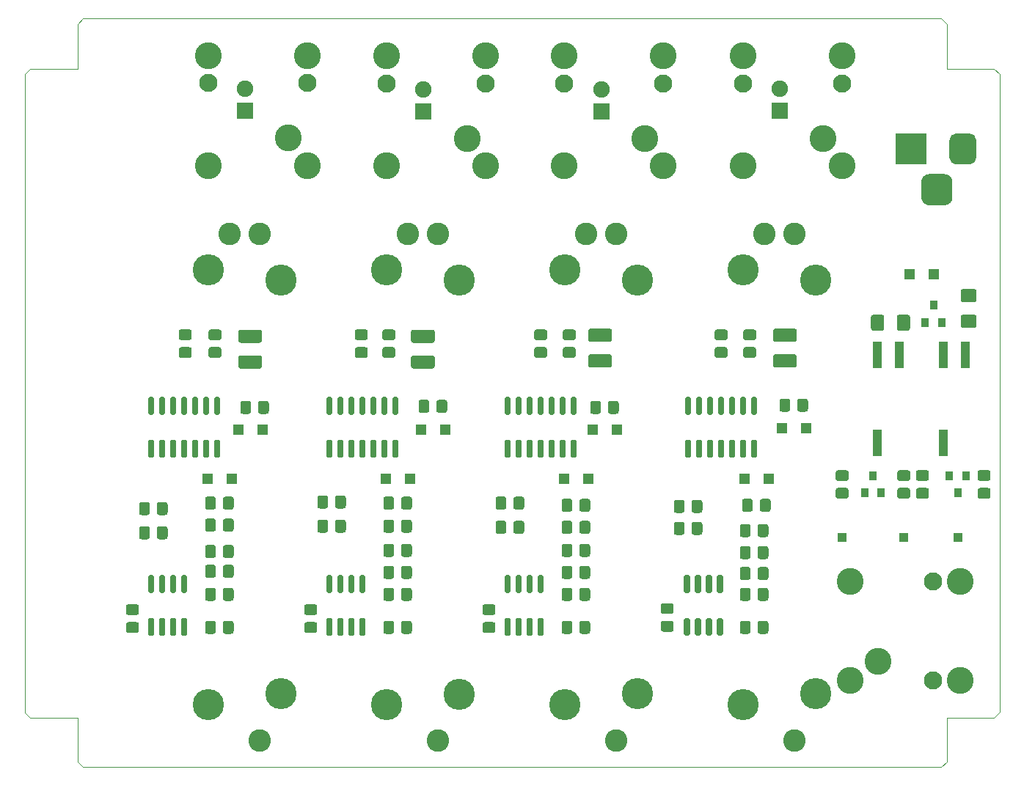
<source format=gbr>
%TF.GenerationSoftware,KiCad,Pcbnew,5.1.6-c6e7f7d~87~ubuntu18.04.1*%
%TF.CreationDate,2020-09-21T23:06:02+01:00*%
%TF.ProjectId,ActiveSplitterPedal_SOIC14,41637469-7665-4537-906c-697474657250,rev?*%
%TF.SameCoordinates,Original*%
%TF.FileFunction,Soldermask,Bot*%
%TF.FilePolarity,Negative*%
%FSLAX46Y46*%
G04 Gerber Fmt 4.6, Leading zero omitted, Abs format (unit mm)*
G04 Created by KiCad (PCBNEW 5.1.6-c6e7f7d~87~ubuntu18.04.1) date 2020-09-21 23:06:02*
%MOMM*%
%LPD*%
G01*
G04 APERTURE LIST*
%TA.AperFunction,Profile*%
%ADD10C,0.050000*%
%TD*%
%ADD11C,2.600000*%
%ADD12C,3.600000*%
%ADD13R,1.100000X1.100000*%
%ADD14R,1.200000X1.200000*%
%ADD15R,1.100000X3.100000*%
%ADD16R,0.900000X1.000000*%
%ADD17C,1.900000*%
%ADD18R,1.900000X1.900000*%
%ADD19C,3.100000*%
%ADD20C,2.100000*%
%ADD21R,3.600000X3.600000*%
G04 APERTURE END LIST*
D10*
X186309000Y-130429000D02*
X185674000Y-131064000D01*
X186309000Y-125349000D02*
X186309000Y-130429000D01*
X191770000Y-125349000D02*
X186309000Y-125349000D01*
X192405000Y-124714000D02*
X191770000Y-125349000D01*
X192405000Y-51054000D02*
X192405000Y-124714000D01*
X191770000Y-50419000D02*
X192405000Y-51054000D01*
X186309000Y-50419000D02*
X191770000Y-50419000D01*
X186309000Y-45275500D02*
X186309000Y-50419000D01*
X185674000Y-44640500D02*
X186309000Y-45275500D01*
X86614000Y-44640500D02*
X185674000Y-44640500D01*
X85979000Y-45275500D02*
X86614000Y-44640500D01*
X85979000Y-50419000D02*
X85979000Y-45275500D01*
X80518000Y-50419000D02*
X85979000Y-50419000D01*
X79883000Y-51054000D02*
X80518000Y-50419000D01*
X79883000Y-124777500D02*
X79883000Y-51054000D01*
X80518000Y-125412500D02*
X79883000Y-124777500D01*
X85979000Y-125412500D02*
X80518000Y-125412500D01*
X85979000Y-130429000D02*
X85979000Y-125412500D01*
X86614000Y-131064000D02*
X85979000Y-130429000D01*
X185674000Y-131064000D02*
X86614000Y-131064000D01*
D11*
%TO.C,RV3*%
X127584200Y-69519800D03*
X124079000Y-69519800D03*
X127584200Y-128016000D03*
D12*
X130022600Y-74853800D03*
X121666000Y-73660000D03*
X130022600Y-122656600D03*
X121640600Y-123875800D03*
%TD*%
%TO.C,C10*%
G36*
G01*
X101962000Y-100105738D02*
X101962000Y-101062262D01*
G75*
G02*
X101690262Y-101334000I-271738J0D01*
G01*
X100983738Y-101334000D01*
G75*
G02*
X100712000Y-101062262I0J271738D01*
G01*
X100712000Y-100105738D01*
G75*
G02*
X100983738Y-99834000I271738J0D01*
G01*
X101690262Y-99834000D01*
G75*
G02*
X101962000Y-100105738I0J-271738D01*
G01*
G37*
G36*
G01*
X104012000Y-100105738D02*
X104012000Y-101062262D01*
G75*
G02*
X103740262Y-101334000I-271738J0D01*
G01*
X103033738Y-101334000D01*
G75*
G02*
X102762000Y-101062262I0J271738D01*
G01*
X102762000Y-100105738D01*
G75*
G02*
X103033738Y-99834000I271738J0D01*
G01*
X103740262Y-99834000D01*
G75*
G02*
X104012000Y-100105738I0J-271738D01*
G01*
G37*
%TD*%
%TO.C,C9*%
G36*
G01*
X122536000Y-100105738D02*
X122536000Y-101062262D01*
G75*
G02*
X122264262Y-101334000I-271738J0D01*
G01*
X121557738Y-101334000D01*
G75*
G02*
X121286000Y-101062262I0J271738D01*
G01*
X121286000Y-100105738D01*
G75*
G02*
X121557738Y-99834000I271738J0D01*
G01*
X122264262Y-99834000D01*
G75*
G02*
X122536000Y-100105738I0J-271738D01*
G01*
G37*
G36*
G01*
X124586000Y-100105738D02*
X124586000Y-101062262D01*
G75*
G02*
X124314262Y-101334000I-271738J0D01*
G01*
X123607738Y-101334000D01*
G75*
G02*
X123336000Y-101062262I0J271738D01*
G01*
X123336000Y-100105738D01*
G75*
G02*
X123607738Y-99834000I271738J0D01*
G01*
X124314262Y-99834000D01*
G75*
G02*
X124586000Y-100105738I0J-271738D01*
G01*
G37*
%TD*%
%TO.C,C8*%
G36*
G01*
X143110000Y-100359738D02*
X143110000Y-101316262D01*
G75*
G02*
X142838262Y-101588000I-271738J0D01*
G01*
X142131738Y-101588000D01*
G75*
G02*
X141860000Y-101316262I0J271738D01*
G01*
X141860000Y-100359738D01*
G75*
G02*
X142131738Y-100088000I271738J0D01*
G01*
X142838262Y-100088000D01*
G75*
G02*
X143110000Y-100359738I0J-271738D01*
G01*
G37*
G36*
G01*
X145160000Y-100359738D02*
X145160000Y-101316262D01*
G75*
G02*
X144888262Y-101588000I-271738J0D01*
G01*
X144181738Y-101588000D01*
G75*
G02*
X143910000Y-101316262I0J271738D01*
G01*
X143910000Y-100359738D01*
G75*
G02*
X144181738Y-100088000I271738J0D01*
G01*
X144888262Y-100088000D01*
G75*
G02*
X145160000Y-100359738I0J-271738D01*
G01*
G37*
%TD*%
%TO.C,C7*%
G36*
G01*
X163938000Y-100359738D02*
X163938000Y-101316262D01*
G75*
G02*
X163666262Y-101588000I-271738J0D01*
G01*
X162959738Y-101588000D01*
G75*
G02*
X162688000Y-101316262I0J271738D01*
G01*
X162688000Y-100359738D01*
G75*
G02*
X162959738Y-100088000I271738J0D01*
G01*
X163666262Y-100088000D01*
G75*
G02*
X163938000Y-100359738I0J-271738D01*
G01*
G37*
G36*
G01*
X165988000Y-100359738D02*
X165988000Y-101316262D01*
G75*
G02*
X165716262Y-101588000I-271738J0D01*
G01*
X165009738Y-101588000D01*
G75*
G02*
X164738000Y-101316262I0J271738D01*
G01*
X164738000Y-100359738D01*
G75*
G02*
X165009738Y-100088000I271738J0D01*
G01*
X165716262Y-100088000D01*
G75*
G02*
X165988000Y-100359738I0J-271738D01*
G01*
G37*
%TD*%
D13*
%TO.C,TP3*%
X187579000Y-104521000D03*
%TD*%
%TO.C,TP2*%
X181356000Y-104521000D03*
%TD*%
%TO.C,TP1*%
X174244000Y-104521000D03*
%TD*%
%TO.C,U12*%
G36*
G01*
X102283000Y-90371000D02*
X101933000Y-90371000D01*
G75*
G02*
X101758000Y-90196000I0J175000D01*
G01*
X101758000Y-88496000D01*
G75*
G02*
X101933000Y-88321000I175000J0D01*
G01*
X102283000Y-88321000D01*
G75*
G02*
X102458000Y-88496000I0J-175000D01*
G01*
X102458000Y-90196000D01*
G75*
G02*
X102283000Y-90371000I-175000J0D01*
G01*
G37*
G36*
G01*
X101013000Y-90371000D02*
X100663000Y-90371000D01*
G75*
G02*
X100488000Y-90196000I0J175000D01*
G01*
X100488000Y-88496000D01*
G75*
G02*
X100663000Y-88321000I175000J0D01*
G01*
X101013000Y-88321000D01*
G75*
G02*
X101188000Y-88496000I0J-175000D01*
G01*
X101188000Y-90196000D01*
G75*
G02*
X101013000Y-90371000I-175000J0D01*
G01*
G37*
G36*
G01*
X99743000Y-90371000D02*
X99393000Y-90371000D01*
G75*
G02*
X99218000Y-90196000I0J175000D01*
G01*
X99218000Y-88496000D01*
G75*
G02*
X99393000Y-88321000I175000J0D01*
G01*
X99743000Y-88321000D01*
G75*
G02*
X99918000Y-88496000I0J-175000D01*
G01*
X99918000Y-90196000D01*
G75*
G02*
X99743000Y-90371000I-175000J0D01*
G01*
G37*
G36*
G01*
X98473000Y-90371000D02*
X98123000Y-90371000D01*
G75*
G02*
X97948000Y-90196000I0J175000D01*
G01*
X97948000Y-88496000D01*
G75*
G02*
X98123000Y-88321000I175000J0D01*
G01*
X98473000Y-88321000D01*
G75*
G02*
X98648000Y-88496000I0J-175000D01*
G01*
X98648000Y-90196000D01*
G75*
G02*
X98473000Y-90371000I-175000J0D01*
G01*
G37*
G36*
G01*
X97203000Y-90371000D02*
X96853000Y-90371000D01*
G75*
G02*
X96678000Y-90196000I0J175000D01*
G01*
X96678000Y-88496000D01*
G75*
G02*
X96853000Y-88321000I175000J0D01*
G01*
X97203000Y-88321000D01*
G75*
G02*
X97378000Y-88496000I0J-175000D01*
G01*
X97378000Y-90196000D01*
G75*
G02*
X97203000Y-90371000I-175000J0D01*
G01*
G37*
G36*
G01*
X95933000Y-90371000D02*
X95583000Y-90371000D01*
G75*
G02*
X95408000Y-90196000I0J175000D01*
G01*
X95408000Y-88496000D01*
G75*
G02*
X95583000Y-88321000I175000J0D01*
G01*
X95933000Y-88321000D01*
G75*
G02*
X96108000Y-88496000I0J-175000D01*
G01*
X96108000Y-90196000D01*
G75*
G02*
X95933000Y-90371000I-175000J0D01*
G01*
G37*
G36*
G01*
X94663000Y-90371000D02*
X94313000Y-90371000D01*
G75*
G02*
X94138000Y-90196000I0J175000D01*
G01*
X94138000Y-88496000D01*
G75*
G02*
X94313000Y-88321000I175000J0D01*
G01*
X94663000Y-88321000D01*
G75*
G02*
X94838000Y-88496000I0J-175000D01*
G01*
X94838000Y-90196000D01*
G75*
G02*
X94663000Y-90371000I-175000J0D01*
G01*
G37*
G36*
G01*
X94663000Y-95321000D02*
X94313000Y-95321000D01*
G75*
G02*
X94138000Y-95146000I0J175000D01*
G01*
X94138000Y-93446000D01*
G75*
G02*
X94313000Y-93271000I175000J0D01*
G01*
X94663000Y-93271000D01*
G75*
G02*
X94838000Y-93446000I0J-175000D01*
G01*
X94838000Y-95146000D01*
G75*
G02*
X94663000Y-95321000I-175000J0D01*
G01*
G37*
G36*
G01*
X95933000Y-95321000D02*
X95583000Y-95321000D01*
G75*
G02*
X95408000Y-95146000I0J175000D01*
G01*
X95408000Y-93446000D01*
G75*
G02*
X95583000Y-93271000I175000J0D01*
G01*
X95933000Y-93271000D01*
G75*
G02*
X96108000Y-93446000I0J-175000D01*
G01*
X96108000Y-95146000D01*
G75*
G02*
X95933000Y-95321000I-175000J0D01*
G01*
G37*
G36*
G01*
X97203000Y-95321000D02*
X96853000Y-95321000D01*
G75*
G02*
X96678000Y-95146000I0J175000D01*
G01*
X96678000Y-93446000D01*
G75*
G02*
X96853000Y-93271000I175000J0D01*
G01*
X97203000Y-93271000D01*
G75*
G02*
X97378000Y-93446000I0J-175000D01*
G01*
X97378000Y-95146000D01*
G75*
G02*
X97203000Y-95321000I-175000J0D01*
G01*
G37*
G36*
G01*
X98473000Y-95321000D02*
X98123000Y-95321000D01*
G75*
G02*
X97948000Y-95146000I0J175000D01*
G01*
X97948000Y-93446000D01*
G75*
G02*
X98123000Y-93271000I175000J0D01*
G01*
X98473000Y-93271000D01*
G75*
G02*
X98648000Y-93446000I0J-175000D01*
G01*
X98648000Y-95146000D01*
G75*
G02*
X98473000Y-95321000I-175000J0D01*
G01*
G37*
G36*
G01*
X99743000Y-95321000D02*
X99393000Y-95321000D01*
G75*
G02*
X99218000Y-95146000I0J175000D01*
G01*
X99218000Y-93446000D01*
G75*
G02*
X99393000Y-93271000I175000J0D01*
G01*
X99743000Y-93271000D01*
G75*
G02*
X99918000Y-93446000I0J-175000D01*
G01*
X99918000Y-95146000D01*
G75*
G02*
X99743000Y-95321000I-175000J0D01*
G01*
G37*
G36*
G01*
X101013000Y-95321000D02*
X100663000Y-95321000D01*
G75*
G02*
X100488000Y-95146000I0J175000D01*
G01*
X100488000Y-93446000D01*
G75*
G02*
X100663000Y-93271000I175000J0D01*
G01*
X101013000Y-93271000D01*
G75*
G02*
X101188000Y-93446000I0J-175000D01*
G01*
X101188000Y-95146000D01*
G75*
G02*
X101013000Y-95321000I-175000J0D01*
G01*
G37*
G36*
G01*
X102283000Y-95321000D02*
X101933000Y-95321000D01*
G75*
G02*
X101758000Y-95146000I0J175000D01*
G01*
X101758000Y-93446000D01*
G75*
G02*
X101933000Y-93271000I175000J0D01*
G01*
X102283000Y-93271000D01*
G75*
G02*
X102458000Y-93446000I0J-175000D01*
G01*
X102458000Y-95146000D01*
G75*
G02*
X102283000Y-95321000I-175000J0D01*
G01*
G37*
%TD*%
%TO.C,U9*%
G36*
G01*
X122857000Y-90371000D02*
X122507000Y-90371000D01*
G75*
G02*
X122332000Y-90196000I0J175000D01*
G01*
X122332000Y-88496000D01*
G75*
G02*
X122507000Y-88321000I175000J0D01*
G01*
X122857000Y-88321000D01*
G75*
G02*
X123032000Y-88496000I0J-175000D01*
G01*
X123032000Y-90196000D01*
G75*
G02*
X122857000Y-90371000I-175000J0D01*
G01*
G37*
G36*
G01*
X121587000Y-90371000D02*
X121237000Y-90371000D01*
G75*
G02*
X121062000Y-90196000I0J175000D01*
G01*
X121062000Y-88496000D01*
G75*
G02*
X121237000Y-88321000I175000J0D01*
G01*
X121587000Y-88321000D01*
G75*
G02*
X121762000Y-88496000I0J-175000D01*
G01*
X121762000Y-90196000D01*
G75*
G02*
X121587000Y-90371000I-175000J0D01*
G01*
G37*
G36*
G01*
X120317000Y-90371000D02*
X119967000Y-90371000D01*
G75*
G02*
X119792000Y-90196000I0J175000D01*
G01*
X119792000Y-88496000D01*
G75*
G02*
X119967000Y-88321000I175000J0D01*
G01*
X120317000Y-88321000D01*
G75*
G02*
X120492000Y-88496000I0J-175000D01*
G01*
X120492000Y-90196000D01*
G75*
G02*
X120317000Y-90371000I-175000J0D01*
G01*
G37*
G36*
G01*
X119047000Y-90371000D02*
X118697000Y-90371000D01*
G75*
G02*
X118522000Y-90196000I0J175000D01*
G01*
X118522000Y-88496000D01*
G75*
G02*
X118697000Y-88321000I175000J0D01*
G01*
X119047000Y-88321000D01*
G75*
G02*
X119222000Y-88496000I0J-175000D01*
G01*
X119222000Y-90196000D01*
G75*
G02*
X119047000Y-90371000I-175000J0D01*
G01*
G37*
G36*
G01*
X117777000Y-90371000D02*
X117427000Y-90371000D01*
G75*
G02*
X117252000Y-90196000I0J175000D01*
G01*
X117252000Y-88496000D01*
G75*
G02*
X117427000Y-88321000I175000J0D01*
G01*
X117777000Y-88321000D01*
G75*
G02*
X117952000Y-88496000I0J-175000D01*
G01*
X117952000Y-90196000D01*
G75*
G02*
X117777000Y-90371000I-175000J0D01*
G01*
G37*
G36*
G01*
X116507000Y-90371000D02*
X116157000Y-90371000D01*
G75*
G02*
X115982000Y-90196000I0J175000D01*
G01*
X115982000Y-88496000D01*
G75*
G02*
X116157000Y-88321000I175000J0D01*
G01*
X116507000Y-88321000D01*
G75*
G02*
X116682000Y-88496000I0J-175000D01*
G01*
X116682000Y-90196000D01*
G75*
G02*
X116507000Y-90371000I-175000J0D01*
G01*
G37*
G36*
G01*
X115237000Y-90371000D02*
X114887000Y-90371000D01*
G75*
G02*
X114712000Y-90196000I0J175000D01*
G01*
X114712000Y-88496000D01*
G75*
G02*
X114887000Y-88321000I175000J0D01*
G01*
X115237000Y-88321000D01*
G75*
G02*
X115412000Y-88496000I0J-175000D01*
G01*
X115412000Y-90196000D01*
G75*
G02*
X115237000Y-90371000I-175000J0D01*
G01*
G37*
G36*
G01*
X115237000Y-95321000D02*
X114887000Y-95321000D01*
G75*
G02*
X114712000Y-95146000I0J175000D01*
G01*
X114712000Y-93446000D01*
G75*
G02*
X114887000Y-93271000I175000J0D01*
G01*
X115237000Y-93271000D01*
G75*
G02*
X115412000Y-93446000I0J-175000D01*
G01*
X115412000Y-95146000D01*
G75*
G02*
X115237000Y-95321000I-175000J0D01*
G01*
G37*
G36*
G01*
X116507000Y-95321000D02*
X116157000Y-95321000D01*
G75*
G02*
X115982000Y-95146000I0J175000D01*
G01*
X115982000Y-93446000D01*
G75*
G02*
X116157000Y-93271000I175000J0D01*
G01*
X116507000Y-93271000D01*
G75*
G02*
X116682000Y-93446000I0J-175000D01*
G01*
X116682000Y-95146000D01*
G75*
G02*
X116507000Y-95321000I-175000J0D01*
G01*
G37*
G36*
G01*
X117777000Y-95321000D02*
X117427000Y-95321000D01*
G75*
G02*
X117252000Y-95146000I0J175000D01*
G01*
X117252000Y-93446000D01*
G75*
G02*
X117427000Y-93271000I175000J0D01*
G01*
X117777000Y-93271000D01*
G75*
G02*
X117952000Y-93446000I0J-175000D01*
G01*
X117952000Y-95146000D01*
G75*
G02*
X117777000Y-95321000I-175000J0D01*
G01*
G37*
G36*
G01*
X119047000Y-95321000D02*
X118697000Y-95321000D01*
G75*
G02*
X118522000Y-95146000I0J175000D01*
G01*
X118522000Y-93446000D01*
G75*
G02*
X118697000Y-93271000I175000J0D01*
G01*
X119047000Y-93271000D01*
G75*
G02*
X119222000Y-93446000I0J-175000D01*
G01*
X119222000Y-95146000D01*
G75*
G02*
X119047000Y-95321000I-175000J0D01*
G01*
G37*
G36*
G01*
X120317000Y-95321000D02*
X119967000Y-95321000D01*
G75*
G02*
X119792000Y-95146000I0J175000D01*
G01*
X119792000Y-93446000D01*
G75*
G02*
X119967000Y-93271000I175000J0D01*
G01*
X120317000Y-93271000D01*
G75*
G02*
X120492000Y-93446000I0J-175000D01*
G01*
X120492000Y-95146000D01*
G75*
G02*
X120317000Y-95321000I-175000J0D01*
G01*
G37*
G36*
G01*
X121587000Y-95321000D02*
X121237000Y-95321000D01*
G75*
G02*
X121062000Y-95146000I0J175000D01*
G01*
X121062000Y-93446000D01*
G75*
G02*
X121237000Y-93271000I175000J0D01*
G01*
X121587000Y-93271000D01*
G75*
G02*
X121762000Y-93446000I0J-175000D01*
G01*
X121762000Y-95146000D01*
G75*
G02*
X121587000Y-95321000I-175000J0D01*
G01*
G37*
G36*
G01*
X122857000Y-95321000D02*
X122507000Y-95321000D01*
G75*
G02*
X122332000Y-95146000I0J175000D01*
G01*
X122332000Y-93446000D01*
G75*
G02*
X122507000Y-93271000I175000J0D01*
G01*
X122857000Y-93271000D01*
G75*
G02*
X123032000Y-93446000I0J-175000D01*
G01*
X123032000Y-95146000D01*
G75*
G02*
X122857000Y-95321000I-175000J0D01*
G01*
G37*
%TD*%
%TO.C,U6*%
G36*
G01*
X143431000Y-90371000D02*
X143081000Y-90371000D01*
G75*
G02*
X142906000Y-90196000I0J175000D01*
G01*
X142906000Y-88496000D01*
G75*
G02*
X143081000Y-88321000I175000J0D01*
G01*
X143431000Y-88321000D01*
G75*
G02*
X143606000Y-88496000I0J-175000D01*
G01*
X143606000Y-90196000D01*
G75*
G02*
X143431000Y-90371000I-175000J0D01*
G01*
G37*
G36*
G01*
X142161000Y-90371000D02*
X141811000Y-90371000D01*
G75*
G02*
X141636000Y-90196000I0J175000D01*
G01*
X141636000Y-88496000D01*
G75*
G02*
X141811000Y-88321000I175000J0D01*
G01*
X142161000Y-88321000D01*
G75*
G02*
X142336000Y-88496000I0J-175000D01*
G01*
X142336000Y-90196000D01*
G75*
G02*
X142161000Y-90371000I-175000J0D01*
G01*
G37*
G36*
G01*
X140891000Y-90371000D02*
X140541000Y-90371000D01*
G75*
G02*
X140366000Y-90196000I0J175000D01*
G01*
X140366000Y-88496000D01*
G75*
G02*
X140541000Y-88321000I175000J0D01*
G01*
X140891000Y-88321000D01*
G75*
G02*
X141066000Y-88496000I0J-175000D01*
G01*
X141066000Y-90196000D01*
G75*
G02*
X140891000Y-90371000I-175000J0D01*
G01*
G37*
G36*
G01*
X139621000Y-90371000D02*
X139271000Y-90371000D01*
G75*
G02*
X139096000Y-90196000I0J175000D01*
G01*
X139096000Y-88496000D01*
G75*
G02*
X139271000Y-88321000I175000J0D01*
G01*
X139621000Y-88321000D01*
G75*
G02*
X139796000Y-88496000I0J-175000D01*
G01*
X139796000Y-90196000D01*
G75*
G02*
X139621000Y-90371000I-175000J0D01*
G01*
G37*
G36*
G01*
X138351000Y-90371000D02*
X138001000Y-90371000D01*
G75*
G02*
X137826000Y-90196000I0J175000D01*
G01*
X137826000Y-88496000D01*
G75*
G02*
X138001000Y-88321000I175000J0D01*
G01*
X138351000Y-88321000D01*
G75*
G02*
X138526000Y-88496000I0J-175000D01*
G01*
X138526000Y-90196000D01*
G75*
G02*
X138351000Y-90371000I-175000J0D01*
G01*
G37*
G36*
G01*
X137081000Y-90371000D02*
X136731000Y-90371000D01*
G75*
G02*
X136556000Y-90196000I0J175000D01*
G01*
X136556000Y-88496000D01*
G75*
G02*
X136731000Y-88321000I175000J0D01*
G01*
X137081000Y-88321000D01*
G75*
G02*
X137256000Y-88496000I0J-175000D01*
G01*
X137256000Y-90196000D01*
G75*
G02*
X137081000Y-90371000I-175000J0D01*
G01*
G37*
G36*
G01*
X135811000Y-90371000D02*
X135461000Y-90371000D01*
G75*
G02*
X135286000Y-90196000I0J175000D01*
G01*
X135286000Y-88496000D01*
G75*
G02*
X135461000Y-88321000I175000J0D01*
G01*
X135811000Y-88321000D01*
G75*
G02*
X135986000Y-88496000I0J-175000D01*
G01*
X135986000Y-90196000D01*
G75*
G02*
X135811000Y-90371000I-175000J0D01*
G01*
G37*
G36*
G01*
X135811000Y-95321000D02*
X135461000Y-95321000D01*
G75*
G02*
X135286000Y-95146000I0J175000D01*
G01*
X135286000Y-93446000D01*
G75*
G02*
X135461000Y-93271000I175000J0D01*
G01*
X135811000Y-93271000D01*
G75*
G02*
X135986000Y-93446000I0J-175000D01*
G01*
X135986000Y-95146000D01*
G75*
G02*
X135811000Y-95321000I-175000J0D01*
G01*
G37*
G36*
G01*
X137081000Y-95321000D02*
X136731000Y-95321000D01*
G75*
G02*
X136556000Y-95146000I0J175000D01*
G01*
X136556000Y-93446000D01*
G75*
G02*
X136731000Y-93271000I175000J0D01*
G01*
X137081000Y-93271000D01*
G75*
G02*
X137256000Y-93446000I0J-175000D01*
G01*
X137256000Y-95146000D01*
G75*
G02*
X137081000Y-95321000I-175000J0D01*
G01*
G37*
G36*
G01*
X138351000Y-95321000D02*
X138001000Y-95321000D01*
G75*
G02*
X137826000Y-95146000I0J175000D01*
G01*
X137826000Y-93446000D01*
G75*
G02*
X138001000Y-93271000I175000J0D01*
G01*
X138351000Y-93271000D01*
G75*
G02*
X138526000Y-93446000I0J-175000D01*
G01*
X138526000Y-95146000D01*
G75*
G02*
X138351000Y-95321000I-175000J0D01*
G01*
G37*
G36*
G01*
X139621000Y-95321000D02*
X139271000Y-95321000D01*
G75*
G02*
X139096000Y-95146000I0J175000D01*
G01*
X139096000Y-93446000D01*
G75*
G02*
X139271000Y-93271000I175000J0D01*
G01*
X139621000Y-93271000D01*
G75*
G02*
X139796000Y-93446000I0J-175000D01*
G01*
X139796000Y-95146000D01*
G75*
G02*
X139621000Y-95321000I-175000J0D01*
G01*
G37*
G36*
G01*
X140891000Y-95321000D02*
X140541000Y-95321000D01*
G75*
G02*
X140366000Y-95146000I0J175000D01*
G01*
X140366000Y-93446000D01*
G75*
G02*
X140541000Y-93271000I175000J0D01*
G01*
X140891000Y-93271000D01*
G75*
G02*
X141066000Y-93446000I0J-175000D01*
G01*
X141066000Y-95146000D01*
G75*
G02*
X140891000Y-95321000I-175000J0D01*
G01*
G37*
G36*
G01*
X142161000Y-95321000D02*
X141811000Y-95321000D01*
G75*
G02*
X141636000Y-95146000I0J175000D01*
G01*
X141636000Y-93446000D01*
G75*
G02*
X141811000Y-93271000I175000J0D01*
G01*
X142161000Y-93271000D01*
G75*
G02*
X142336000Y-93446000I0J-175000D01*
G01*
X142336000Y-95146000D01*
G75*
G02*
X142161000Y-95321000I-175000J0D01*
G01*
G37*
G36*
G01*
X143431000Y-95321000D02*
X143081000Y-95321000D01*
G75*
G02*
X142906000Y-95146000I0J175000D01*
G01*
X142906000Y-93446000D01*
G75*
G02*
X143081000Y-93271000I175000J0D01*
G01*
X143431000Y-93271000D01*
G75*
G02*
X143606000Y-93446000I0J-175000D01*
G01*
X143606000Y-95146000D01*
G75*
G02*
X143431000Y-95321000I-175000J0D01*
G01*
G37*
%TD*%
%TO.C,U3*%
G36*
G01*
X164259000Y-90371000D02*
X163909000Y-90371000D01*
G75*
G02*
X163734000Y-90196000I0J175000D01*
G01*
X163734000Y-88496000D01*
G75*
G02*
X163909000Y-88321000I175000J0D01*
G01*
X164259000Y-88321000D01*
G75*
G02*
X164434000Y-88496000I0J-175000D01*
G01*
X164434000Y-90196000D01*
G75*
G02*
X164259000Y-90371000I-175000J0D01*
G01*
G37*
G36*
G01*
X162989000Y-90371000D02*
X162639000Y-90371000D01*
G75*
G02*
X162464000Y-90196000I0J175000D01*
G01*
X162464000Y-88496000D01*
G75*
G02*
X162639000Y-88321000I175000J0D01*
G01*
X162989000Y-88321000D01*
G75*
G02*
X163164000Y-88496000I0J-175000D01*
G01*
X163164000Y-90196000D01*
G75*
G02*
X162989000Y-90371000I-175000J0D01*
G01*
G37*
G36*
G01*
X161719000Y-90371000D02*
X161369000Y-90371000D01*
G75*
G02*
X161194000Y-90196000I0J175000D01*
G01*
X161194000Y-88496000D01*
G75*
G02*
X161369000Y-88321000I175000J0D01*
G01*
X161719000Y-88321000D01*
G75*
G02*
X161894000Y-88496000I0J-175000D01*
G01*
X161894000Y-90196000D01*
G75*
G02*
X161719000Y-90371000I-175000J0D01*
G01*
G37*
G36*
G01*
X160449000Y-90371000D02*
X160099000Y-90371000D01*
G75*
G02*
X159924000Y-90196000I0J175000D01*
G01*
X159924000Y-88496000D01*
G75*
G02*
X160099000Y-88321000I175000J0D01*
G01*
X160449000Y-88321000D01*
G75*
G02*
X160624000Y-88496000I0J-175000D01*
G01*
X160624000Y-90196000D01*
G75*
G02*
X160449000Y-90371000I-175000J0D01*
G01*
G37*
G36*
G01*
X159179000Y-90371000D02*
X158829000Y-90371000D01*
G75*
G02*
X158654000Y-90196000I0J175000D01*
G01*
X158654000Y-88496000D01*
G75*
G02*
X158829000Y-88321000I175000J0D01*
G01*
X159179000Y-88321000D01*
G75*
G02*
X159354000Y-88496000I0J-175000D01*
G01*
X159354000Y-90196000D01*
G75*
G02*
X159179000Y-90371000I-175000J0D01*
G01*
G37*
G36*
G01*
X157909000Y-90371000D02*
X157559000Y-90371000D01*
G75*
G02*
X157384000Y-90196000I0J175000D01*
G01*
X157384000Y-88496000D01*
G75*
G02*
X157559000Y-88321000I175000J0D01*
G01*
X157909000Y-88321000D01*
G75*
G02*
X158084000Y-88496000I0J-175000D01*
G01*
X158084000Y-90196000D01*
G75*
G02*
X157909000Y-90371000I-175000J0D01*
G01*
G37*
G36*
G01*
X156639000Y-90371000D02*
X156289000Y-90371000D01*
G75*
G02*
X156114000Y-90196000I0J175000D01*
G01*
X156114000Y-88496000D01*
G75*
G02*
X156289000Y-88321000I175000J0D01*
G01*
X156639000Y-88321000D01*
G75*
G02*
X156814000Y-88496000I0J-175000D01*
G01*
X156814000Y-90196000D01*
G75*
G02*
X156639000Y-90371000I-175000J0D01*
G01*
G37*
G36*
G01*
X156639000Y-95321000D02*
X156289000Y-95321000D01*
G75*
G02*
X156114000Y-95146000I0J175000D01*
G01*
X156114000Y-93446000D01*
G75*
G02*
X156289000Y-93271000I175000J0D01*
G01*
X156639000Y-93271000D01*
G75*
G02*
X156814000Y-93446000I0J-175000D01*
G01*
X156814000Y-95146000D01*
G75*
G02*
X156639000Y-95321000I-175000J0D01*
G01*
G37*
G36*
G01*
X157909000Y-95321000D02*
X157559000Y-95321000D01*
G75*
G02*
X157384000Y-95146000I0J175000D01*
G01*
X157384000Y-93446000D01*
G75*
G02*
X157559000Y-93271000I175000J0D01*
G01*
X157909000Y-93271000D01*
G75*
G02*
X158084000Y-93446000I0J-175000D01*
G01*
X158084000Y-95146000D01*
G75*
G02*
X157909000Y-95321000I-175000J0D01*
G01*
G37*
G36*
G01*
X159179000Y-95321000D02*
X158829000Y-95321000D01*
G75*
G02*
X158654000Y-95146000I0J175000D01*
G01*
X158654000Y-93446000D01*
G75*
G02*
X158829000Y-93271000I175000J0D01*
G01*
X159179000Y-93271000D01*
G75*
G02*
X159354000Y-93446000I0J-175000D01*
G01*
X159354000Y-95146000D01*
G75*
G02*
X159179000Y-95321000I-175000J0D01*
G01*
G37*
G36*
G01*
X160449000Y-95321000D02*
X160099000Y-95321000D01*
G75*
G02*
X159924000Y-95146000I0J175000D01*
G01*
X159924000Y-93446000D01*
G75*
G02*
X160099000Y-93271000I175000J0D01*
G01*
X160449000Y-93271000D01*
G75*
G02*
X160624000Y-93446000I0J-175000D01*
G01*
X160624000Y-95146000D01*
G75*
G02*
X160449000Y-95321000I-175000J0D01*
G01*
G37*
G36*
G01*
X161719000Y-95321000D02*
X161369000Y-95321000D01*
G75*
G02*
X161194000Y-95146000I0J175000D01*
G01*
X161194000Y-93446000D01*
G75*
G02*
X161369000Y-93271000I175000J0D01*
G01*
X161719000Y-93271000D01*
G75*
G02*
X161894000Y-93446000I0J-175000D01*
G01*
X161894000Y-95146000D01*
G75*
G02*
X161719000Y-95321000I-175000J0D01*
G01*
G37*
G36*
G01*
X162989000Y-95321000D02*
X162639000Y-95321000D01*
G75*
G02*
X162464000Y-95146000I0J175000D01*
G01*
X162464000Y-93446000D01*
G75*
G02*
X162639000Y-93271000I175000J0D01*
G01*
X162989000Y-93271000D01*
G75*
G02*
X163164000Y-93446000I0J-175000D01*
G01*
X163164000Y-95146000D01*
G75*
G02*
X162989000Y-95321000I-175000J0D01*
G01*
G37*
G36*
G01*
X164259000Y-95321000D02*
X163909000Y-95321000D01*
G75*
G02*
X163734000Y-95146000I0J175000D01*
G01*
X163734000Y-93446000D01*
G75*
G02*
X163909000Y-93271000I175000J0D01*
G01*
X164259000Y-93271000D01*
G75*
G02*
X164434000Y-93446000I0J-175000D01*
G01*
X164434000Y-95146000D01*
G75*
G02*
X164259000Y-95321000I-175000J0D01*
G01*
G37*
%TD*%
%TO.C,R22*%
G36*
G01*
X101375738Y-82569000D02*
X102332262Y-82569000D01*
G75*
G02*
X102604000Y-82840738I0J-271738D01*
G01*
X102604000Y-83547262D01*
G75*
G02*
X102332262Y-83819000I-271738J0D01*
G01*
X101375738Y-83819000D01*
G75*
G02*
X101104000Y-83547262I0J271738D01*
G01*
X101104000Y-82840738D01*
G75*
G02*
X101375738Y-82569000I271738J0D01*
G01*
G37*
G36*
G01*
X101375738Y-80519000D02*
X102332262Y-80519000D01*
G75*
G02*
X102604000Y-80790738I0J-271738D01*
G01*
X102604000Y-81497262D01*
G75*
G02*
X102332262Y-81769000I-271738J0D01*
G01*
X101375738Y-81769000D01*
G75*
G02*
X101104000Y-81497262I0J271738D01*
G01*
X101104000Y-80790738D01*
G75*
G02*
X101375738Y-80519000I271738J0D01*
G01*
G37*
%TD*%
%TO.C,R16*%
G36*
G01*
X121441738Y-82569000D02*
X122398262Y-82569000D01*
G75*
G02*
X122670000Y-82840738I0J-271738D01*
G01*
X122670000Y-83547262D01*
G75*
G02*
X122398262Y-83819000I-271738J0D01*
G01*
X121441738Y-83819000D01*
G75*
G02*
X121170000Y-83547262I0J271738D01*
G01*
X121170000Y-82840738D01*
G75*
G02*
X121441738Y-82569000I271738J0D01*
G01*
G37*
G36*
G01*
X121441738Y-80519000D02*
X122398262Y-80519000D01*
G75*
G02*
X122670000Y-80790738I0J-271738D01*
G01*
X122670000Y-81497262D01*
G75*
G02*
X122398262Y-81769000I-271738J0D01*
G01*
X121441738Y-81769000D01*
G75*
G02*
X121170000Y-81497262I0J271738D01*
G01*
X121170000Y-80790738D01*
G75*
G02*
X121441738Y-80519000I271738J0D01*
G01*
G37*
%TD*%
%TO.C,R10*%
G36*
G01*
X142269738Y-82569000D02*
X143226262Y-82569000D01*
G75*
G02*
X143498000Y-82840738I0J-271738D01*
G01*
X143498000Y-83547262D01*
G75*
G02*
X143226262Y-83819000I-271738J0D01*
G01*
X142269738Y-83819000D01*
G75*
G02*
X141998000Y-83547262I0J271738D01*
G01*
X141998000Y-82840738D01*
G75*
G02*
X142269738Y-82569000I271738J0D01*
G01*
G37*
G36*
G01*
X142269738Y-80519000D02*
X143226262Y-80519000D01*
G75*
G02*
X143498000Y-80790738I0J-271738D01*
G01*
X143498000Y-81497262D01*
G75*
G02*
X143226262Y-81769000I-271738J0D01*
G01*
X142269738Y-81769000D01*
G75*
G02*
X141998000Y-81497262I0J271738D01*
G01*
X141998000Y-80790738D01*
G75*
G02*
X142269738Y-80519000I271738J0D01*
G01*
G37*
%TD*%
%TO.C,R4*%
G36*
G01*
X163097738Y-82569000D02*
X164054262Y-82569000D01*
G75*
G02*
X164326000Y-82840738I0J-271738D01*
G01*
X164326000Y-83547262D01*
G75*
G02*
X164054262Y-83819000I-271738J0D01*
G01*
X163097738Y-83819000D01*
G75*
G02*
X162826000Y-83547262I0J271738D01*
G01*
X162826000Y-82840738D01*
G75*
G02*
X163097738Y-82569000I271738J0D01*
G01*
G37*
G36*
G01*
X163097738Y-80519000D02*
X164054262Y-80519000D01*
G75*
G02*
X164326000Y-80790738I0J-271738D01*
G01*
X164326000Y-81497262D01*
G75*
G02*
X164054262Y-81769000I-271738J0D01*
G01*
X163097738Y-81769000D01*
G75*
G02*
X162826000Y-81497262I0J271738D01*
G01*
X162826000Y-80790738D01*
G75*
G02*
X163097738Y-80519000I271738J0D01*
G01*
G37*
%TD*%
D14*
%TO.C,D13*%
X100962000Y-97790000D03*
X103762000Y-97790000D03*
%TD*%
%TO.C,D12*%
X121536000Y-97790000D03*
X124336000Y-97790000D03*
%TD*%
%TO.C,D11*%
X142110000Y-97790000D03*
X144910000Y-97790000D03*
%TD*%
%TO.C,D10*%
X162938000Y-97790000D03*
X165738000Y-97790000D03*
%TD*%
%TO.C,C39*%
G36*
G01*
X107025456Y-82079000D02*
X104810544Y-82079000D01*
G75*
G02*
X104543000Y-81811456I0J267544D01*
G01*
X104543000Y-80821544D01*
G75*
G02*
X104810544Y-80554000I267544J0D01*
G01*
X107025456Y-80554000D01*
G75*
G02*
X107293000Y-80821544I0J-267544D01*
G01*
X107293000Y-81811456D01*
G75*
G02*
X107025456Y-82079000I-267544J0D01*
G01*
G37*
G36*
G01*
X107025456Y-85054000D02*
X104810544Y-85054000D01*
G75*
G02*
X104543000Y-84786456I0J267544D01*
G01*
X104543000Y-83796544D01*
G75*
G02*
X104810544Y-83529000I267544J0D01*
G01*
X107025456Y-83529000D01*
G75*
G02*
X107293000Y-83796544I0J-267544D01*
G01*
X107293000Y-84786456D01*
G75*
G02*
X107025456Y-85054000I-267544J0D01*
G01*
G37*
%TD*%
%TO.C,C28*%
G36*
G01*
X126964456Y-82079000D02*
X124749544Y-82079000D01*
G75*
G02*
X124482000Y-81811456I0J267544D01*
G01*
X124482000Y-80821544D01*
G75*
G02*
X124749544Y-80554000I267544J0D01*
G01*
X126964456Y-80554000D01*
G75*
G02*
X127232000Y-80821544I0J-267544D01*
G01*
X127232000Y-81811456D01*
G75*
G02*
X126964456Y-82079000I-267544J0D01*
G01*
G37*
G36*
G01*
X126964456Y-85054000D02*
X124749544Y-85054000D01*
G75*
G02*
X124482000Y-84786456I0J267544D01*
G01*
X124482000Y-83796544D01*
G75*
G02*
X124749544Y-83529000I267544J0D01*
G01*
X126964456Y-83529000D01*
G75*
G02*
X127232000Y-83796544I0J-267544D01*
G01*
X127232000Y-84786456D01*
G75*
G02*
X126964456Y-85054000I-267544J0D01*
G01*
G37*
%TD*%
%TO.C,C17*%
G36*
G01*
X147411456Y-81952000D02*
X145196544Y-81952000D01*
G75*
G02*
X144929000Y-81684456I0J267544D01*
G01*
X144929000Y-80694544D01*
G75*
G02*
X145196544Y-80427000I267544J0D01*
G01*
X147411456Y-80427000D01*
G75*
G02*
X147679000Y-80694544I0J-267544D01*
G01*
X147679000Y-81684456D01*
G75*
G02*
X147411456Y-81952000I-267544J0D01*
G01*
G37*
G36*
G01*
X147411456Y-84927000D02*
X145196544Y-84927000D01*
G75*
G02*
X144929000Y-84659456I0J267544D01*
G01*
X144929000Y-83669544D01*
G75*
G02*
X145196544Y-83402000I267544J0D01*
G01*
X147411456Y-83402000D01*
G75*
G02*
X147679000Y-83669544I0J-267544D01*
G01*
X147679000Y-84659456D01*
G75*
G02*
X147411456Y-84927000I-267544J0D01*
G01*
G37*
%TD*%
%TO.C,C6*%
G36*
G01*
X168747456Y-81952000D02*
X166532544Y-81952000D01*
G75*
G02*
X166265000Y-81684456I0J267544D01*
G01*
X166265000Y-80694544D01*
G75*
G02*
X166532544Y-80427000I267544J0D01*
G01*
X168747456Y-80427000D01*
G75*
G02*
X169015000Y-80694544I0J-267544D01*
G01*
X169015000Y-81684456D01*
G75*
G02*
X168747456Y-81952000I-267544J0D01*
G01*
G37*
G36*
G01*
X168747456Y-84927000D02*
X166532544Y-84927000D01*
G75*
G02*
X166265000Y-84659456I0J267544D01*
G01*
X166265000Y-83669544D01*
G75*
G02*
X166532544Y-83402000I267544J0D01*
G01*
X168747456Y-83402000D01*
G75*
G02*
X169015000Y-83669544I0J-267544D01*
G01*
X169015000Y-84659456D01*
G75*
G02*
X168747456Y-84927000I-267544J0D01*
G01*
G37*
%TD*%
%TO.C,D7*%
X107318000Y-92075000D03*
X104518000Y-92075000D03*
%TD*%
%TO.C,D5*%
X128400000Y-92075000D03*
X125600000Y-92075000D03*
%TD*%
%TO.C,D3*%
X148212000Y-92075000D03*
X145412000Y-92075000D03*
%TD*%
%TO.C,D1*%
X170056000Y-91948000D03*
X167256000Y-91948000D03*
%TD*%
D15*
%TO.C,U14*%
X185928000Y-93599000D03*
X178308000Y-93599000D03*
X188468000Y-83439000D03*
X185928000Y-83439000D03*
X180848000Y-83439000D03*
X178308000Y-83439000D03*
%TD*%
D11*
%TO.C,RV1*%
X168757600Y-69469000D03*
X165252400Y-69469000D03*
X168757600Y-127965200D03*
D12*
X171196000Y-74803000D03*
X162839400Y-73609200D03*
X171196000Y-122605800D03*
X162814000Y-123825000D03*
%TD*%
D11*
%TO.C,RV2*%
X148183600Y-69469000D03*
X144678400Y-69469000D03*
X148183600Y-127965200D03*
D12*
X150622000Y-74803000D03*
X142265400Y-73609200D03*
X150622000Y-122605800D03*
X142240000Y-123825000D03*
%TD*%
D11*
%TO.C,RV4*%
X107010200Y-69469000D03*
X103505000Y-69469000D03*
X107010200Y-127965200D03*
D12*
X109448600Y-74803000D03*
X101092000Y-73609200D03*
X109448600Y-122605800D03*
X101066600Y-123825000D03*
%TD*%
D16*
%TO.C,U1*%
X184785000Y-77740000D03*
X183835000Y-79740000D03*
X185735000Y-79740000D03*
%TD*%
%TO.C,C2*%
G36*
G01*
X179107000Y-79098544D02*
X179107000Y-80413456D01*
G75*
G02*
X178839456Y-80681000I-267544J0D01*
G01*
X177849544Y-80681000D01*
G75*
G02*
X177582000Y-80413456I0J267544D01*
G01*
X177582000Y-79098544D01*
G75*
G02*
X177849544Y-78831000I267544J0D01*
G01*
X178839456Y-78831000D01*
G75*
G02*
X179107000Y-79098544I0J-267544D01*
G01*
G37*
G36*
G01*
X182082000Y-79098544D02*
X182082000Y-80413456D01*
G75*
G02*
X181814456Y-80681000I-267544J0D01*
G01*
X180824544Y-80681000D01*
G75*
G02*
X180557000Y-80413456I0J267544D01*
G01*
X180557000Y-79098544D01*
G75*
G02*
X180824544Y-78831000I267544J0D01*
G01*
X181814456Y-78831000D01*
G75*
G02*
X182082000Y-79098544I0J-267544D01*
G01*
G37*
%TD*%
%TO.C,C1*%
G36*
G01*
X188191544Y-78830000D02*
X189506456Y-78830000D01*
G75*
G02*
X189774000Y-79097544I0J-267544D01*
G01*
X189774000Y-80087456D01*
G75*
G02*
X189506456Y-80355000I-267544J0D01*
G01*
X188191544Y-80355000D01*
G75*
G02*
X187924000Y-80087456I0J267544D01*
G01*
X187924000Y-79097544D01*
G75*
G02*
X188191544Y-78830000I267544J0D01*
G01*
G37*
G36*
G01*
X188191544Y-75855000D02*
X189506456Y-75855000D01*
G75*
G02*
X189774000Y-76122544I0J-267544D01*
G01*
X189774000Y-77112456D01*
G75*
G02*
X189506456Y-77380000I-267544J0D01*
G01*
X188191544Y-77380000D01*
G75*
G02*
X187924000Y-77112456I0J267544D01*
G01*
X187924000Y-76122544D01*
G75*
G02*
X188191544Y-75855000I267544J0D01*
G01*
G37*
%TD*%
%TO.C,U16*%
X187579000Y-99425000D03*
X188529000Y-97425000D03*
X186629000Y-97425000D03*
%TD*%
%TO.C,U15*%
X177800000Y-97425000D03*
X176850000Y-99425000D03*
X178750000Y-99425000D03*
%TD*%
%TO.C,C50*%
G36*
G01*
X183993262Y-98025000D02*
X183036738Y-98025000D01*
G75*
G02*
X182765000Y-97753262I0J271738D01*
G01*
X182765000Y-97046738D01*
G75*
G02*
X183036738Y-96775000I271738J0D01*
G01*
X183993262Y-96775000D01*
G75*
G02*
X184265000Y-97046738I0J-271738D01*
G01*
X184265000Y-97753262D01*
G75*
G02*
X183993262Y-98025000I-271738J0D01*
G01*
G37*
G36*
G01*
X183993262Y-100075000D02*
X183036738Y-100075000D01*
G75*
G02*
X182765000Y-99803262I0J271738D01*
G01*
X182765000Y-99096738D01*
G75*
G02*
X183036738Y-98825000I271738J0D01*
G01*
X183993262Y-98825000D01*
G75*
G02*
X184265000Y-99096738I0J-271738D01*
G01*
X184265000Y-99803262D01*
G75*
G02*
X183993262Y-100075000I-271738J0D01*
G01*
G37*
%TD*%
%TO.C,C49*%
G36*
G01*
X174722262Y-98025000D02*
X173765738Y-98025000D01*
G75*
G02*
X173494000Y-97753262I0J271738D01*
G01*
X173494000Y-97046738D01*
G75*
G02*
X173765738Y-96775000I271738J0D01*
G01*
X174722262Y-96775000D01*
G75*
G02*
X174994000Y-97046738I0J-271738D01*
G01*
X174994000Y-97753262D01*
G75*
G02*
X174722262Y-98025000I-271738J0D01*
G01*
G37*
G36*
G01*
X174722262Y-100075000D02*
X173765738Y-100075000D01*
G75*
G02*
X173494000Y-99803262I0J271738D01*
G01*
X173494000Y-99096738D01*
G75*
G02*
X173765738Y-98825000I271738J0D01*
G01*
X174722262Y-98825000D01*
G75*
G02*
X174994000Y-99096738I0J-271738D01*
G01*
X174994000Y-99803262D01*
G75*
G02*
X174722262Y-100075000I-271738J0D01*
G01*
G37*
%TD*%
%TO.C,C48*%
G36*
G01*
X191105262Y-98025000D02*
X190148738Y-98025000D01*
G75*
G02*
X189877000Y-97753262I0J271738D01*
G01*
X189877000Y-97046738D01*
G75*
G02*
X190148738Y-96775000I271738J0D01*
G01*
X191105262Y-96775000D01*
G75*
G02*
X191377000Y-97046738I0J-271738D01*
G01*
X191377000Y-97753262D01*
G75*
G02*
X191105262Y-98025000I-271738J0D01*
G01*
G37*
G36*
G01*
X191105262Y-100075000D02*
X190148738Y-100075000D01*
G75*
G02*
X189877000Y-99803262I0J271738D01*
G01*
X189877000Y-99096738D01*
G75*
G02*
X190148738Y-98825000I271738J0D01*
G01*
X191105262Y-98825000D01*
G75*
G02*
X191377000Y-99096738I0J-271738D01*
G01*
X191377000Y-99803262D01*
G75*
G02*
X191105262Y-100075000I-271738J0D01*
G01*
G37*
%TD*%
%TO.C,C3*%
G36*
G01*
X180877738Y-98825000D02*
X181834262Y-98825000D01*
G75*
G02*
X182106000Y-99096738I0J-271738D01*
G01*
X182106000Y-99803262D01*
G75*
G02*
X181834262Y-100075000I-271738J0D01*
G01*
X180877738Y-100075000D01*
G75*
G02*
X180606000Y-99803262I0J271738D01*
G01*
X180606000Y-99096738D01*
G75*
G02*
X180877738Y-98825000I271738J0D01*
G01*
G37*
G36*
G01*
X180877738Y-96775000D02*
X181834262Y-96775000D01*
G75*
G02*
X182106000Y-97046738I0J-271738D01*
G01*
X182106000Y-97753262D01*
G75*
G02*
X181834262Y-98025000I-271738J0D01*
G01*
X180877738Y-98025000D01*
G75*
G02*
X180606000Y-97753262I0J271738D01*
G01*
X180606000Y-97046738D01*
G75*
G02*
X180877738Y-96775000I271738J0D01*
G01*
G37*
%TD*%
D17*
%TO.C,D2*%
X167005000Y-52705000D03*
D18*
X167005000Y-55245000D03*
%TD*%
%TO.C,U11*%
G36*
G01*
X98473000Y-110945000D02*
X98123000Y-110945000D01*
G75*
G02*
X97948000Y-110770000I0J175000D01*
G01*
X97948000Y-109070000D01*
G75*
G02*
X98123000Y-108895000I175000J0D01*
G01*
X98473000Y-108895000D01*
G75*
G02*
X98648000Y-109070000I0J-175000D01*
G01*
X98648000Y-110770000D01*
G75*
G02*
X98473000Y-110945000I-175000J0D01*
G01*
G37*
G36*
G01*
X97203000Y-110945000D02*
X96853000Y-110945000D01*
G75*
G02*
X96678000Y-110770000I0J175000D01*
G01*
X96678000Y-109070000D01*
G75*
G02*
X96853000Y-108895000I175000J0D01*
G01*
X97203000Y-108895000D01*
G75*
G02*
X97378000Y-109070000I0J-175000D01*
G01*
X97378000Y-110770000D01*
G75*
G02*
X97203000Y-110945000I-175000J0D01*
G01*
G37*
G36*
G01*
X95933000Y-110945000D02*
X95583000Y-110945000D01*
G75*
G02*
X95408000Y-110770000I0J175000D01*
G01*
X95408000Y-109070000D01*
G75*
G02*
X95583000Y-108895000I175000J0D01*
G01*
X95933000Y-108895000D01*
G75*
G02*
X96108000Y-109070000I0J-175000D01*
G01*
X96108000Y-110770000D01*
G75*
G02*
X95933000Y-110945000I-175000J0D01*
G01*
G37*
G36*
G01*
X94663000Y-110945000D02*
X94313000Y-110945000D01*
G75*
G02*
X94138000Y-110770000I0J175000D01*
G01*
X94138000Y-109070000D01*
G75*
G02*
X94313000Y-108895000I175000J0D01*
G01*
X94663000Y-108895000D01*
G75*
G02*
X94838000Y-109070000I0J-175000D01*
G01*
X94838000Y-110770000D01*
G75*
G02*
X94663000Y-110945000I-175000J0D01*
G01*
G37*
G36*
G01*
X94663000Y-115895000D02*
X94313000Y-115895000D01*
G75*
G02*
X94138000Y-115720000I0J175000D01*
G01*
X94138000Y-114020000D01*
G75*
G02*
X94313000Y-113845000I175000J0D01*
G01*
X94663000Y-113845000D01*
G75*
G02*
X94838000Y-114020000I0J-175000D01*
G01*
X94838000Y-115720000D01*
G75*
G02*
X94663000Y-115895000I-175000J0D01*
G01*
G37*
G36*
G01*
X95933000Y-115895000D02*
X95583000Y-115895000D01*
G75*
G02*
X95408000Y-115720000I0J175000D01*
G01*
X95408000Y-114020000D01*
G75*
G02*
X95583000Y-113845000I175000J0D01*
G01*
X95933000Y-113845000D01*
G75*
G02*
X96108000Y-114020000I0J-175000D01*
G01*
X96108000Y-115720000D01*
G75*
G02*
X95933000Y-115895000I-175000J0D01*
G01*
G37*
G36*
G01*
X97203000Y-115895000D02*
X96853000Y-115895000D01*
G75*
G02*
X96678000Y-115720000I0J175000D01*
G01*
X96678000Y-114020000D01*
G75*
G02*
X96853000Y-113845000I175000J0D01*
G01*
X97203000Y-113845000D01*
G75*
G02*
X97378000Y-114020000I0J-175000D01*
G01*
X97378000Y-115720000D01*
G75*
G02*
X97203000Y-115895000I-175000J0D01*
G01*
G37*
G36*
G01*
X98473000Y-115895000D02*
X98123000Y-115895000D01*
G75*
G02*
X97948000Y-115720000I0J175000D01*
G01*
X97948000Y-114020000D01*
G75*
G02*
X98123000Y-113845000I175000J0D01*
G01*
X98473000Y-113845000D01*
G75*
G02*
X98648000Y-114020000I0J-175000D01*
G01*
X98648000Y-115720000D01*
G75*
G02*
X98473000Y-115895000I-175000J0D01*
G01*
G37*
%TD*%
%TO.C,U8*%
G36*
G01*
X119047000Y-110945000D02*
X118697000Y-110945000D01*
G75*
G02*
X118522000Y-110770000I0J175000D01*
G01*
X118522000Y-109070000D01*
G75*
G02*
X118697000Y-108895000I175000J0D01*
G01*
X119047000Y-108895000D01*
G75*
G02*
X119222000Y-109070000I0J-175000D01*
G01*
X119222000Y-110770000D01*
G75*
G02*
X119047000Y-110945000I-175000J0D01*
G01*
G37*
G36*
G01*
X117777000Y-110945000D02*
X117427000Y-110945000D01*
G75*
G02*
X117252000Y-110770000I0J175000D01*
G01*
X117252000Y-109070000D01*
G75*
G02*
X117427000Y-108895000I175000J0D01*
G01*
X117777000Y-108895000D01*
G75*
G02*
X117952000Y-109070000I0J-175000D01*
G01*
X117952000Y-110770000D01*
G75*
G02*
X117777000Y-110945000I-175000J0D01*
G01*
G37*
G36*
G01*
X116507000Y-110945000D02*
X116157000Y-110945000D01*
G75*
G02*
X115982000Y-110770000I0J175000D01*
G01*
X115982000Y-109070000D01*
G75*
G02*
X116157000Y-108895000I175000J0D01*
G01*
X116507000Y-108895000D01*
G75*
G02*
X116682000Y-109070000I0J-175000D01*
G01*
X116682000Y-110770000D01*
G75*
G02*
X116507000Y-110945000I-175000J0D01*
G01*
G37*
G36*
G01*
X115237000Y-110945000D02*
X114887000Y-110945000D01*
G75*
G02*
X114712000Y-110770000I0J175000D01*
G01*
X114712000Y-109070000D01*
G75*
G02*
X114887000Y-108895000I175000J0D01*
G01*
X115237000Y-108895000D01*
G75*
G02*
X115412000Y-109070000I0J-175000D01*
G01*
X115412000Y-110770000D01*
G75*
G02*
X115237000Y-110945000I-175000J0D01*
G01*
G37*
G36*
G01*
X115237000Y-115895000D02*
X114887000Y-115895000D01*
G75*
G02*
X114712000Y-115720000I0J175000D01*
G01*
X114712000Y-114020000D01*
G75*
G02*
X114887000Y-113845000I175000J0D01*
G01*
X115237000Y-113845000D01*
G75*
G02*
X115412000Y-114020000I0J-175000D01*
G01*
X115412000Y-115720000D01*
G75*
G02*
X115237000Y-115895000I-175000J0D01*
G01*
G37*
G36*
G01*
X116507000Y-115895000D02*
X116157000Y-115895000D01*
G75*
G02*
X115982000Y-115720000I0J175000D01*
G01*
X115982000Y-114020000D01*
G75*
G02*
X116157000Y-113845000I175000J0D01*
G01*
X116507000Y-113845000D01*
G75*
G02*
X116682000Y-114020000I0J-175000D01*
G01*
X116682000Y-115720000D01*
G75*
G02*
X116507000Y-115895000I-175000J0D01*
G01*
G37*
G36*
G01*
X117777000Y-115895000D02*
X117427000Y-115895000D01*
G75*
G02*
X117252000Y-115720000I0J175000D01*
G01*
X117252000Y-114020000D01*
G75*
G02*
X117427000Y-113845000I175000J0D01*
G01*
X117777000Y-113845000D01*
G75*
G02*
X117952000Y-114020000I0J-175000D01*
G01*
X117952000Y-115720000D01*
G75*
G02*
X117777000Y-115895000I-175000J0D01*
G01*
G37*
G36*
G01*
X119047000Y-115895000D02*
X118697000Y-115895000D01*
G75*
G02*
X118522000Y-115720000I0J175000D01*
G01*
X118522000Y-114020000D01*
G75*
G02*
X118697000Y-113845000I175000J0D01*
G01*
X119047000Y-113845000D01*
G75*
G02*
X119222000Y-114020000I0J-175000D01*
G01*
X119222000Y-115720000D01*
G75*
G02*
X119047000Y-115895000I-175000J0D01*
G01*
G37*
%TD*%
%TO.C,U5*%
G36*
G01*
X139621000Y-110945000D02*
X139271000Y-110945000D01*
G75*
G02*
X139096000Y-110770000I0J175000D01*
G01*
X139096000Y-109070000D01*
G75*
G02*
X139271000Y-108895000I175000J0D01*
G01*
X139621000Y-108895000D01*
G75*
G02*
X139796000Y-109070000I0J-175000D01*
G01*
X139796000Y-110770000D01*
G75*
G02*
X139621000Y-110945000I-175000J0D01*
G01*
G37*
G36*
G01*
X138351000Y-110945000D02*
X138001000Y-110945000D01*
G75*
G02*
X137826000Y-110770000I0J175000D01*
G01*
X137826000Y-109070000D01*
G75*
G02*
X138001000Y-108895000I175000J0D01*
G01*
X138351000Y-108895000D01*
G75*
G02*
X138526000Y-109070000I0J-175000D01*
G01*
X138526000Y-110770000D01*
G75*
G02*
X138351000Y-110945000I-175000J0D01*
G01*
G37*
G36*
G01*
X137081000Y-110945000D02*
X136731000Y-110945000D01*
G75*
G02*
X136556000Y-110770000I0J175000D01*
G01*
X136556000Y-109070000D01*
G75*
G02*
X136731000Y-108895000I175000J0D01*
G01*
X137081000Y-108895000D01*
G75*
G02*
X137256000Y-109070000I0J-175000D01*
G01*
X137256000Y-110770000D01*
G75*
G02*
X137081000Y-110945000I-175000J0D01*
G01*
G37*
G36*
G01*
X135811000Y-110945000D02*
X135461000Y-110945000D01*
G75*
G02*
X135286000Y-110770000I0J175000D01*
G01*
X135286000Y-109070000D01*
G75*
G02*
X135461000Y-108895000I175000J0D01*
G01*
X135811000Y-108895000D01*
G75*
G02*
X135986000Y-109070000I0J-175000D01*
G01*
X135986000Y-110770000D01*
G75*
G02*
X135811000Y-110945000I-175000J0D01*
G01*
G37*
G36*
G01*
X135811000Y-115895000D02*
X135461000Y-115895000D01*
G75*
G02*
X135286000Y-115720000I0J175000D01*
G01*
X135286000Y-114020000D01*
G75*
G02*
X135461000Y-113845000I175000J0D01*
G01*
X135811000Y-113845000D01*
G75*
G02*
X135986000Y-114020000I0J-175000D01*
G01*
X135986000Y-115720000D01*
G75*
G02*
X135811000Y-115895000I-175000J0D01*
G01*
G37*
G36*
G01*
X137081000Y-115895000D02*
X136731000Y-115895000D01*
G75*
G02*
X136556000Y-115720000I0J175000D01*
G01*
X136556000Y-114020000D01*
G75*
G02*
X136731000Y-113845000I175000J0D01*
G01*
X137081000Y-113845000D01*
G75*
G02*
X137256000Y-114020000I0J-175000D01*
G01*
X137256000Y-115720000D01*
G75*
G02*
X137081000Y-115895000I-175000J0D01*
G01*
G37*
G36*
G01*
X138351000Y-115895000D02*
X138001000Y-115895000D01*
G75*
G02*
X137826000Y-115720000I0J175000D01*
G01*
X137826000Y-114020000D01*
G75*
G02*
X138001000Y-113845000I175000J0D01*
G01*
X138351000Y-113845000D01*
G75*
G02*
X138526000Y-114020000I0J-175000D01*
G01*
X138526000Y-115720000D01*
G75*
G02*
X138351000Y-115895000I-175000J0D01*
G01*
G37*
G36*
G01*
X139621000Y-115895000D02*
X139271000Y-115895000D01*
G75*
G02*
X139096000Y-115720000I0J175000D01*
G01*
X139096000Y-114020000D01*
G75*
G02*
X139271000Y-113845000I175000J0D01*
G01*
X139621000Y-113845000D01*
G75*
G02*
X139796000Y-114020000I0J-175000D01*
G01*
X139796000Y-115720000D01*
G75*
G02*
X139621000Y-115895000I-175000J0D01*
G01*
G37*
%TD*%
%TO.C,U2*%
G36*
G01*
X160322000Y-110945000D02*
X159972000Y-110945000D01*
G75*
G02*
X159797000Y-110770000I0J175000D01*
G01*
X159797000Y-109070000D01*
G75*
G02*
X159972000Y-108895000I175000J0D01*
G01*
X160322000Y-108895000D01*
G75*
G02*
X160497000Y-109070000I0J-175000D01*
G01*
X160497000Y-110770000D01*
G75*
G02*
X160322000Y-110945000I-175000J0D01*
G01*
G37*
G36*
G01*
X159052000Y-110945000D02*
X158702000Y-110945000D01*
G75*
G02*
X158527000Y-110770000I0J175000D01*
G01*
X158527000Y-109070000D01*
G75*
G02*
X158702000Y-108895000I175000J0D01*
G01*
X159052000Y-108895000D01*
G75*
G02*
X159227000Y-109070000I0J-175000D01*
G01*
X159227000Y-110770000D01*
G75*
G02*
X159052000Y-110945000I-175000J0D01*
G01*
G37*
G36*
G01*
X157782000Y-110945000D02*
X157432000Y-110945000D01*
G75*
G02*
X157257000Y-110770000I0J175000D01*
G01*
X157257000Y-109070000D01*
G75*
G02*
X157432000Y-108895000I175000J0D01*
G01*
X157782000Y-108895000D01*
G75*
G02*
X157957000Y-109070000I0J-175000D01*
G01*
X157957000Y-110770000D01*
G75*
G02*
X157782000Y-110945000I-175000J0D01*
G01*
G37*
G36*
G01*
X156512000Y-110945000D02*
X156162000Y-110945000D01*
G75*
G02*
X155987000Y-110770000I0J175000D01*
G01*
X155987000Y-109070000D01*
G75*
G02*
X156162000Y-108895000I175000J0D01*
G01*
X156512000Y-108895000D01*
G75*
G02*
X156687000Y-109070000I0J-175000D01*
G01*
X156687000Y-110770000D01*
G75*
G02*
X156512000Y-110945000I-175000J0D01*
G01*
G37*
G36*
G01*
X156512000Y-115895000D02*
X156162000Y-115895000D01*
G75*
G02*
X155987000Y-115720000I0J175000D01*
G01*
X155987000Y-114020000D01*
G75*
G02*
X156162000Y-113845000I175000J0D01*
G01*
X156512000Y-113845000D01*
G75*
G02*
X156687000Y-114020000I0J-175000D01*
G01*
X156687000Y-115720000D01*
G75*
G02*
X156512000Y-115895000I-175000J0D01*
G01*
G37*
G36*
G01*
X157782000Y-115895000D02*
X157432000Y-115895000D01*
G75*
G02*
X157257000Y-115720000I0J175000D01*
G01*
X157257000Y-114020000D01*
G75*
G02*
X157432000Y-113845000I175000J0D01*
G01*
X157782000Y-113845000D01*
G75*
G02*
X157957000Y-114020000I0J-175000D01*
G01*
X157957000Y-115720000D01*
G75*
G02*
X157782000Y-115895000I-175000J0D01*
G01*
G37*
G36*
G01*
X159052000Y-115895000D02*
X158702000Y-115895000D01*
G75*
G02*
X158527000Y-115720000I0J175000D01*
G01*
X158527000Y-114020000D01*
G75*
G02*
X158702000Y-113845000I175000J0D01*
G01*
X159052000Y-113845000D01*
G75*
G02*
X159227000Y-114020000I0J-175000D01*
G01*
X159227000Y-115720000D01*
G75*
G02*
X159052000Y-115895000I-175000J0D01*
G01*
G37*
G36*
G01*
X160322000Y-115895000D02*
X159972000Y-115895000D01*
G75*
G02*
X159797000Y-115720000I0J175000D01*
G01*
X159797000Y-114020000D01*
G75*
G02*
X159972000Y-113845000I175000J0D01*
G01*
X160322000Y-113845000D01*
G75*
G02*
X160497000Y-114020000I0J-175000D01*
G01*
X160497000Y-115720000D01*
G75*
G02*
X160322000Y-115895000I-175000J0D01*
G01*
G37*
%TD*%
%TO.C,R24*%
G36*
G01*
X102762000Y-108936262D02*
X102762000Y-107979738D01*
G75*
G02*
X103033738Y-107708000I271738J0D01*
G01*
X103740262Y-107708000D01*
G75*
G02*
X104012000Y-107979738I0J-271738D01*
G01*
X104012000Y-108936262D01*
G75*
G02*
X103740262Y-109208000I-271738J0D01*
G01*
X103033738Y-109208000D01*
G75*
G02*
X102762000Y-108936262I0J271738D01*
G01*
G37*
G36*
G01*
X100712000Y-108936262D02*
X100712000Y-107979738D01*
G75*
G02*
X100983738Y-107708000I271738J0D01*
G01*
X101690262Y-107708000D01*
G75*
G02*
X101962000Y-107979738I0J-271738D01*
G01*
X101962000Y-108936262D01*
G75*
G02*
X101690262Y-109208000I-271738J0D01*
G01*
X100983738Y-109208000D01*
G75*
G02*
X100712000Y-108936262I0J271738D01*
G01*
G37*
%TD*%
%TO.C,R23*%
G36*
G01*
X101962000Y-114456738D02*
X101962000Y-115413262D01*
G75*
G02*
X101690262Y-115685000I-271738J0D01*
G01*
X100983738Y-115685000D01*
G75*
G02*
X100712000Y-115413262I0J271738D01*
G01*
X100712000Y-114456738D01*
G75*
G02*
X100983738Y-114185000I271738J0D01*
G01*
X101690262Y-114185000D01*
G75*
G02*
X101962000Y-114456738I0J-271738D01*
G01*
G37*
G36*
G01*
X104012000Y-114456738D02*
X104012000Y-115413262D01*
G75*
G02*
X103740262Y-115685000I-271738J0D01*
G01*
X103033738Y-115685000D01*
G75*
G02*
X102762000Y-115413262I0J271738D01*
G01*
X102762000Y-114456738D01*
G75*
G02*
X103033738Y-114185000I271738J0D01*
G01*
X103740262Y-114185000D01*
G75*
G02*
X104012000Y-114456738I0J-271738D01*
G01*
G37*
%TD*%
%TO.C,R21*%
G36*
G01*
X106026000Y-89056738D02*
X106026000Y-90013262D01*
G75*
G02*
X105754262Y-90285000I-271738J0D01*
G01*
X105047738Y-90285000D01*
G75*
G02*
X104776000Y-90013262I0J271738D01*
G01*
X104776000Y-89056738D01*
G75*
G02*
X105047738Y-88785000I271738J0D01*
G01*
X105754262Y-88785000D01*
G75*
G02*
X106026000Y-89056738I0J-271738D01*
G01*
G37*
G36*
G01*
X108076000Y-89056738D02*
X108076000Y-90013262D01*
G75*
G02*
X107804262Y-90285000I-271738J0D01*
G01*
X107097738Y-90285000D01*
G75*
G02*
X106826000Y-90013262I0J271738D01*
G01*
X106826000Y-89056738D01*
G75*
G02*
X107097738Y-88785000I271738J0D01*
G01*
X107804262Y-88785000D01*
G75*
G02*
X108076000Y-89056738I0J-271738D01*
G01*
G37*
%TD*%
%TO.C,R20*%
G36*
G01*
X94342000Y-100740738D02*
X94342000Y-101697262D01*
G75*
G02*
X94070262Y-101969000I-271738J0D01*
G01*
X93363738Y-101969000D01*
G75*
G02*
X93092000Y-101697262I0J271738D01*
G01*
X93092000Y-100740738D01*
G75*
G02*
X93363738Y-100469000I271738J0D01*
G01*
X94070262Y-100469000D01*
G75*
G02*
X94342000Y-100740738I0J-271738D01*
G01*
G37*
G36*
G01*
X96392000Y-100740738D02*
X96392000Y-101697262D01*
G75*
G02*
X96120262Y-101969000I-271738J0D01*
G01*
X95413738Y-101969000D01*
G75*
G02*
X95142000Y-101697262I0J271738D01*
G01*
X95142000Y-100740738D01*
G75*
G02*
X95413738Y-100469000I271738J0D01*
G01*
X96120262Y-100469000D01*
G75*
G02*
X96392000Y-100740738I0J-271738D01*
G01*
G37*
%TD*%
%TO.C,R19*%
G36*
G01*
X95142000Y-104491262D02*
X95142000Y-103534738D01*
G75*
G02*
X95413738Y-103263000I271738J0D01*
G01*
X96120262Y-103263000D01*
G75*
G02*
X96392000Y-103534738I0J-271738D01*
G01*
X96392000Y-104491262D01*
G75*
G02*
X96120262Y-104763000I-271738J0D01*
G01*
X95413738Y-104763000D01*
G75*
G02*
X95142000Y-104491262I0J271738D01*
G01*
G37*
G36*
G01*
X93092000Y-104491262D02*
X93092000Y-103534738D01*
G75*
G02*
X93363738Y-103263000I271738J0D01*
G01*
X94070262Y-103263000D01*
G75*
G02*
X94342000Y-103534738I0J-271738D01*
G01*
X94342000Y-104491262D01*
G75*
G02*
X94070262Y-104763000I-271738J0D01*
G01*
X93363738Y-104763000D01*
G75*
G02*
X93092000Y-104491262I0J271738D01*
G01*
G37*
%TD*%
%TO.C,R18*%
G36*
G01*
X123336000Y-109063262D02*
X123336000Y-108106738D01*
G75*
G02*
X123607738Y-107835000I271738J0D01*
G01*
X124314262Y-107835000D01*
G75*
G02*
X124586000Y-108106738I0J-271738D01*
G01*
X124586000Y-109063262D01*
G75*
G02*
X124314262Y-109335000I-271738J0D01*
G01*
X123607738Y-109335000D01*
G75*
G02*
X123336000Y-109063262I0J271738D01*
G01*
G37*
G36*
G01*
X121286000Y-109063262D02*
X121286000Y-108106738D01*
G75*
G02*
X121557738Y-107835000I271738J0D01*
G01*
X122264262Y-107835000D01*
G75*
G02*
X122536000Y-108106738I0J-271738D01*
G01*
X122536000Y-109063262D01*
G75*
G02*
X122264262Y-109335000I-271738J0D01*
G01*
X121557738Y-109335000D01*
G75*
G02*
X121286000Y-109063262I0J271738D01*
G01*
G37*
%TD*%
%TO.C,R17*%
G36*
G01*
X122536000Y-114456738D02*
X122536000Y-115413262D01*
G75*
G02*
X122264262Y-115685000I-271738J0D01*
G01*
X121557738Y-115685000D01*
G75*
G02*
X121286000Y-115413262I0J271738D01*
G01*
X121286000Y-114456738D01*
G75*
G02*
X121557738Y-114185000I271738J0D01*
G01*
X122264262Y-114185000D01*
G75*
G02*
X122536000Y-114456738I0J-271738D01*
G01*
G37*
G36*
G01*
X124586000Y-114456738D02*
X124586000Y-115413262D01*
G75*
G02*
X124314262Y-115685000I-271738J0D01*
G01*
X123607738Y-115685000D01*
G75*
G02*
X123336000Y-115413262I0J271738D01*
G01*
X123336000Y-114456738D01*
G75*
G02*
X123607738Y-114185000I271738J0D01*
G01*
X124314262Y-114185000D01*
G75*
G02*
X124586000Y-114456738I0J-271738D01*
G01*
G37*
%TD*%
%TO.C,R15*%
G36*
G01*
X126600000Y-88929738D02*
X126600000Y-89886262D01*
G75*
G02*
X126328262Y-90158000I-271738J0D01*
G01*
X125621738Y-90158000D01*
G75*
G02*
X125350000Y-89886262I0J271738D01*
G01*
X125350000Y-88929738D01*
G75*
G02*
X125621738Y-88658000I271738J0D01*
G01*
X126328262Y-88658000D01*
G75*
G02*
X126600000Y-88929738I0J-271738D01*
G01*
G37*
G36*
G01*
X128650000Y-88929738D02*
X128650000Y-89886262D01*
G75*
G02*
X128378262Y-90158000I-271738J0D01*
G01*
X127671738Y-90158000D01*
G75*
G02*
X127400000Y-89886262I0J271738D01*
G01*
X127400000Y-88929738D01*
G75*
G02*
X127671738Y-88658000I271738J0D01*
G01*
X128378262Y-88658000D01*
G75*
G02*
X128650000Y-88929738I0J-271738D01*
G01*
G37*
%TD*%
%TO.C,R14*%
G36*
G01*
X114916000Y-99978738D02*
X114916000Y-100935262D01*
G75*
G02*
X114644262Y-101207000I-271738J0D01*
G01*
X113937738Y-101207000D01*
G75*
G02*
X113666000Y-100935262I0J271738D01*
G01*
X113666000Y-99978738D01*
G75*
G02*
X113937738Y-99707000I271738J0D01*
G01*
X114644262Y-99707000D01*
G75*
G02*
X114916000Y-99978738I0J-271738D01*
G01*
G37*
G36*
G01*
X116966000Y-99978738D02*
X116966000Y-100935262D01*
G75*
G02*
X116694262Y-101207000I-271738J0D01*
G01*
X115987738Y-101207000D01*
G75*
G02*
X115716000Y-100935262I0J271738D01*
G01*
X115716000Y-99978738D01*
G75*
G02*
X115987738Y-99707000I271738J0D01*
G01*
X116694262Y-99707000D01*
G75*
G02*
X116966000Y-99978738I0J-271738D01*
G01*
G37*
%TD*%
%TO.C,R13*%
G36*
G01*
X115716000Y-103729262D02*
X115716000Y-102772738D01*
G75*
G02*
X115987738Y-102501000I271738J0D01*
G01*
X116694262Y-102501000D01*
G75*
G02*
X116966000Y-102772738I0J-271738D01*
G01*
X116966000Y-103729262D01*
G75*
G02*
X116694262Y-104001000I-271738J0D01*
G01*
X115987738Y-104001000D01*
G75*
G02*
X115716000Y-103729262I0J271738D01*
G01*
G37*
G36*
G01*
X113666000Y-103729262D02*
X113666000Y-102772738D01*
G75*
G02*
X113937738Y-102501000I271738J0D01*
G01*
X114644262Y-102501000D01*
G75*
G02*
X114916000Y-102772738I0J-271738D01*
G01*
X114916000Y-103729262D01*
G75*
G02*
X114644262Y-104001000I-271738J0D01*
G01*
X113937738Y-104001000D01*
G75*
G02*
X113666000Y-103729262I0J271738D01*
G01*
G37*
%TD*%
%TO.C,R12*%
G36*
G01*
X143910000Y-109063262D02*
X143910000Y-108106738D01*
G75*
G02*
X144181738Y-107835000I271738J0D01*
G01*
X144888262Y-107835000D01*
G75*
G02*
X145160000Y-108106738I0J-271738D01*
G01*
X145160000Y-109063262D01*
G75*
G02*
X144888262Y-109335000I-271738J0D01*
G01*
X144181738Y-109335000D01*
G75*
G02*
X143910000Y-109063262I0J271738D01*
G01*
G37*
G36*
G01*
X141860000Y-109063262D02*
X141860000Y-108106738D01*
G75*
G02*
X142131738Y-107835000I271738J0D01*
G01*
X142838262Y-107835000D01*
G75*
G02*
X143110000Y-108106738I0J-271738D01*
G01*
X143110000Y-109063262D01*
G75*
G02*
X142838262Y-109335000I-271738J0D01*
G01*
X142131738Y-109335000D01*
G75*
G02*
X141860000Y-109063262I0J271738D01*
G01*
G37*
%TD*%
%TO.C,R11*%
G36*
G01*
X143110000Y-114456738D02*
X143110000Y-115413262D01*
G75*
G02*
X142838262Y-115685000I-271738J0D01*
G01*
X142131738Y-115685000D01*
G75*
G02*
X141860000Y-115413262I0J271738D01*
G01*
X141860000Y-114456738D01*
G75*
G02*
X142131738Y-114185000I271738J0D01*
G01*
X142838262Y-114185000D01*
G75*
G02*
X143110000Y-114456738I0J-271738D01*
G01*
G37*
G36*
G01*
X145160000Y-114456738D02*
X145160000Y-115413262D01*
G75*
G02*
X144888262Y-115685000I-271738J0D01*
G01*
X144181738Y-115685000D01*
G75*
G02*
X143910000Y-115413262I0J271738D01*
G01*
X143910000Y-114456738D01*
G75*
G02*
X144181738Y-114185000I271738J0D01*
G01*
X144888262Y-114185000D01*
G75*
G02*
X145160000Y-114456738I0J-271738D01*
G01*
G37*
%TD*%
%TO.C,R9*%
G36*
G01*
X146412000Y-89056738D02*
X146412000Y-90013262D01*
G75*
G02*
X146140262Y-90285000I-271738J0D01*
G01*
X145433738Y-90285000D01*
G75*
G02*
X145162000Y-90013262I0J271738D01*
G01*
X145162000Y-89056738D01*
G75*
G02*
X145433738Y-88785000I271738J0D01*
G01*
X146140262Y-88785000D01*
G75*
G02*
X146412000Y-89056738I0J-271738D01*
G01*
G37*
G36*
G01*
X148462000Y-89056738D02*
X148462000Y-90013262D01*
G75*
G02*
X148190262Y-90285000I-271738J0D01*
G01*
X147483738Y-90285000D01*
G75*
G02*
X147212000Y-90013262I0J271738D01*
G01*
X147212000Y-89056738D01*
G75*
G02*
X147483738Y-88785000I271738J0D01*
G01*
X148190262Y-88785000D01*
G75*
G02*
X148462000Y-89056738I0J-271738D01*
G01*
G37*
%TD*%
%TO.C,R8*%
G36*
G01*
X135490000Y-100105738D02*
X135490000Y-101062262D01*
G75*
G02*
X135218262Y-101334000I-271738J0D01*
G01*
X134511738Y-101334000D01*
G75*
G02*
X134240000Y-101062262I0J271738D01*
G01*
X134240000Y-100105738D01*
G75*
G02*
X134511738Y-99834000I271738J0D01*
G01*
X135218262Y-99834000D01*
G75*
G02*
X135490000Y-100105738I0J-271738D01*
G01*
G37*
G36*
G01*
X137540000Y-100105738D02*
X137540000Y-101062262D01*
G75*
G02*
X137268262Y-101334000I-271738J0D01*
G01*
X136561738Y-101334000D01*
G75*
G02*
X136290000Y-101062262I0J271738D01*
G01*
X136290000Y-100105738D01*
G75*
G02*
X136561738Y-99834000I271738J0D01*
G01*
X137268262Y-99834000D01*
G75*
G02*
X137540000Y-100105738I0J-271738D01*
G01*
G37*
%TD*%
%TO.C,R7*%
G36*
G01*
X136290000Y-103856262D02*
X136290000Y-102899738D01*
G75*
G02*
X136561738Y-102628000I271738J0D01*
G01*
X137268262Y-102628000D01*
G75*
G02*
X137540000Y-102899738I0J-271738D01*
G01*
X137540000Y-103856262D01*
G75*
G02*
X137268262Y-104128000I-271738J0D01*
G01*
X136561738Y-104128000D01*
G75*
G02*
X136290000Y-103856262I0J271738D01*
G01*
G37*
G36*
G01*
X134240000Y-103856262D02*
X134240000Y-102899738D01*
G75*
G02*
X134511738Y-102628000I271738J0D01*
G01*
X135218262Y-102628000D01*
G75*
G02*
X135490000Y-102899738I0J-271738D01*
G01*
X135490000Y-103856262D01*
G75*
G02*
X135218262Y-104128000I-271738J0D01*
G01*
X134511738Y-104128000D01*
G75*
G02*
X134240000Y-103856262I0J271738D01*
G01*
G37*
%TD*%
%TO.C,R6*%
G36*
G01*
X164484000Y-109190262D02*
X164484000Y-108233738D01*
G75*
G02*
X164755738Y-107962000I271738J0D01*
G01*
X165462262Y-107962000D01*
G75*
G02*
X165734000Y-108233738I0J-271738D01*
G01*
X165734000Y-109190262D01*
G75*
G02*
X165462262Y-109462000I-271738J0D01*
G01*
X164755738Y-109462000D01*
G75*
G02*
X164484000Y-109190262I0J271738D01*
G01*
G37*
G36*
G01*
X162434000Y-109190262D02*
X162434000Y-108233738D01*
G75*
G02*
X162705738Y-107962000I271738J0D01*
G01*
X163412262Y-107962000D01*
G75*
G02*
X163684000Y-108233738I0J-271738D01*
G01*
X163684000Y-109190262D01*
G75*
G02*
X163412262Y-109462000I-271738J0D01*
G01*
X162705738Y-109462000D01*
G75*
G02*
X162434000Y-109190262I0J271738D01*
G01*
G37*
%TD*%
%TO.C,R5*%
G36*
G01*
X163684000Y-114456738D02*
X163684000Y-115413262D01*
G75*
G02*
X163412262Y-115685000I-271738J0D01*
G01*
X162705738Y-115685000D01*
G75*
G02*
X162434000Y-115413262I0J271738D01*
G01*
X162434000Y-114456738D01*
G75*
G02*
X162705738Y-114185000I271738J0D01*
G01*
X163412262Y-114185000D01*
G75*
G02*
X163684000Y-114456738I0J-271738D01*
G01*
G37*
G36*
G01*
X165734000Y-114456738D02*
X165734000Y-115413262D01*
G75*
G02*
X165462262Y-115685000I-271738J0D01*
G01*
X164755738Y-115685000D01*
G75*
G02*
X164484000Y-115413262I0J271738D01*
G01*
X164484000Y-114456738D01*
G75*
G02*
X164755738Y-114185000I271738J0D01*
G01*
X165462262Y-114185000D01*
G75*
G02*
X165734000Y-114456738I0J-271738D01*
G01*
G37*
%TD*%
%TO.C,R3*%
G36*
G01*
X168256000Y-88802738D02*
X168256000Y-89759262D01*
G75*
G02*
X167984262Y-90031000I-271738J0D01*
G01*
X167277738Y-90031000D01*
G75*
G02*
X167006000Y-89759262I0J271738D01*
G01*
X167006000Y-88802738D01*
G75*
G02*
X167277738Y-88531000I271738J0D01*
G01*
X167984262Y-88531000D01*
G75*
G02*
X168256000Y-88802738I0J-271738D01*
G01*
G37*
G36*
G01*
X170306000Y-88802738D02*
X170306000Y-89759262D01*
G75*
G02*
X170034262Y-90031000I-271738J0D01*
G01*
X169327738Y-90031000D01*
G75*
G02*
X169056000Y-89759262I0J271738D01*
G01*
X169056000Y-88802738D01*
G75*
G02*
X169327738Y-88531000I271738J0D01*
G01*
X170034262Y-88531000D01*
G75*
G02*
X170306000Y-88802738I0J-271738D01*
G01*
G37*
%TD*%
%TO.C,R2*%
G36*
G01*
X156064000Y-100486738D02*
X156064000Y-101443262D01*
G75*
G02*
X155792262Y-101715000I-271738J0D01*
G01*
X155085738Y-101715000D01*
G75*
G02*
X154814000Y-101443262I0J271738D01*
G01*
X154814000Y-100486738D01*
G75*
G02*
X155085738Y-100215000I271738J0D01*
G01*
X155792262Y-100215000D01*
G75*
G02*
X156064000Y-100486738I0J-271738D01*
G01*
G37*
G36*
G01*
X158114000Y-100486738D02*
X158114000Y-101443262D01*
G75*
G02*
X157842262Y-101715000I-271738J0D01*
G01*
X157135738Y-101715000D01*
G75*
G02*
X156864000Y-101443262I0J271738D01*
G01*
X156864000Y-100486738D01*
G75*
G02*
X157135738Y-100215000I271738J0D01*
G01*
X157842262Y-100215000D01*
G75*
G02*
X158114000Y-100486738I0J-271738D01*
G01*
G37*
%TD*%
%TO.C,R1*%
G36*
G01*
X156864000Y-103983262D02*
X156864000Y-103026738D01*
G75*
G02*
X157135738Y-102755000I271738J0D01*
G01*
X157842262Y-102755000D01*
G75*
G02*
X158114000Y-103026738I0J-271738D01*
G01*
X158114000Y-103983262D01*
G75*
G02*
X157842262Y-104255000I-271738J0D01*
G01*
X157135738Y-104255000D01*
G75*
G02*
X156864000Y-103983262I0J271738D01*
G01*
G37*
G36*
G01*
X154814000Y-103983262D02*
X154814000Y-103026738D01*
G75*
G02*
X155085738Y-102755000I271738J0D01*
G01*
X155792262Y-102755000D01*
G75*
G02*
X156064000Y-103026738I0J-271738D01*
G01*
X156064000Y-103983262D01*
G75*
G02*
X155792262Y-104255000I-271738J0D01*
G01*
X155085738Y-104255000D01*
G75*
G02*
X154814000Y-103983262I0J271738D01*
G01*
G37*
%TD*%
D17*
%TO.C,D8*%
X105283000Y-52705000D03*
D18*
X105283000Y-55245000D03*
%TD*%
D17*
%TO.C,D6*%
X125857000Y-52832000D03*
D18*
X125857000Y-55372000D03*
%TD*%
D17*
%TO.C,D4*%
X146431000Y-52832000D03*
D18*
X146431000Y-55372000D03*
%TD*%
D14*
%TO.C,D9*%
X181988000Y-74168000D03*
X184788000Y-74168000D03*
%TD*%
%TO.C,C47*%
G36*
G01*
X102762000Y-111603262D02*
X102762000Y-110646738D01*
G75*
G02*
X103033738Y-110375000I271738J0D01*
G01*
X103740262Y-110375000D01*
G75*
G02*
X104012000Y-110646738I0J-271738D01*
G01*
X104012000Y-111603262D01*
G75*
G02*
X103740262Y-111875000I-271738J0D01*
G01*
X103033738Y-111875000D01*
G75*
G02*
X102762000Y-111603262I0J271738D01*
G01*
G37*
G36*
G01*
X100712000Y-111603262D02*
X100712000Y-110646738D01*
G75*
G02*
X100983738Y-110375000I271738J0D01*
G01*
X101690262Y-110375000D01*
G75*
G02*
X101962000Y-110646738I0J-271738D01*
G01*
X101962000Y-111603262D01*
G75*
G02*
X101690262Y-111875000I-271738J0D01*
G01*
X100983738Y-111875000D01*
G75*
G02*
X100712000Y-111603262I0J271738D01*
G01*
G37*
%TD*%
%TO.C,C46*%
G36*
G01*
X102762000Y-106650262D02*
X102762000Y-105693738D01*
G75*
G02*
X103033738Y-105422000I271738J0D01*
G01*
X103740262Y-105422000D01*
G75*
G02*
X104012000Y-105693738I0J-271738D01*
G01*
X104012000Y-106650262D01*
G75*
G02*
X103740262Y-106922000I-271738J0D01*
G01*
X103033738Y-106922000D01*
G75*
G02*
X102762000Y-106650262I0J271738D01*
G01*
G37*
G36*
G01*
X100712000Y-106650262D02*
X100712000Y-105693738D01*
G75*
G02*
X100983738Y-105422000I271738J0D01*
G01*
X101690262Y-105422000D01*
G75*
G02*
X101962000Y-105693738I0J-271738D01*
G01*
X101962000Y-106650262D01*
G75*
G02*
X101690262Y-106922000I-271738J0D01*
G01*
X100983738Y-106922000D01*
G75*
G02*
X100712000Y-106650262I0J271738D01*
G01*
G37*
%TD*%
%TO.C,C45*%
G36*
G01*
X92807262Y-113519000D02*
X91850738Y-113519000D01*
G75*
G02*
X91579000Y-113247262I0J271738D01*
G01*
X91579000Y-112540738D01*
G75*
G02*
X91850738Y-112269000I271738J0D01*
G01*
X92807262Y-112269000D01*
G75*
G02*
X93079000Y-112540738I0J-271738D01*
G01*
X93079000Y-113247262D01*
G75*
G02*
X92807262Y-113519000I-271738J0D01*
G01*
G37*
G36*
G01*
X92807262Y-115569000D02*
X91850738Y-115569000D01*
G75*
G02*
X91579000Y-115297262I0J271738D01*
G01*
X91579000Y-114590738D01*
G75*
G02*
X91850738Y-114319000I271738J0D01*
G01*
X92807262Y-114319000D01*
G75*
G02*
X93079000Y-114590738I0J-271738D01*
G01*
X93079000Y-115297262D01*
G75*
G02*
X92807262Y-115569000I-271738J0D01*
G01*
G37*
%TD*%
%TO.C,C38*%
G36*
G01*
X98903262Y-81769000D02*
X97946738Y-81769000D01*
G75*
G02*
X97675000Y-81497262I0J271738D01*
G01*
X97675000Y-80790738D01*
G75*
G02*
X97946738Y-80519000I271738J0D01*
G01*
X98903262Y-80519000D01*
G75*
G02*
X99175000Y-80790738I0J-271738D01*
G01*
X99175000Y-81497262D01*
G75*
G02*
X98903262Y-81769000I-271738J0D01*
G01*
G37*
G36*
G01*
X98903262Y-83819000D02*
X97946738Y-83819000D01*
G75*
G02*
X97675000Y-83547262I0J271738D01*
G01*
X97675000Y-82840738D01*
G75*
G02*
X97946738Y-82569000I271738J0D01*
G01*
X98903262Y-82569000D01*
G75*
G02*
X99175000Y-82840738I0J-271738D01*
G01*
X99175000Y-83547262D01*
G75*
G02*
X98903262Y-83819000I-271738J0D01*
G01*
G37*
%TD*%
%TO.C,C37*%
G36*
G01*
X102762000Y-103602262D02*
X102762000Y-102645738D01*
G75*
G02*
X103033738Y-102374000I271738J0D01*
G01*
X103740262Y-102374000D01*
G75*
G02*
X104012000Y-102645738I0J-271738D01*
G01*
X104012000Y-103602262D01*
G75*
G02*
X103740262Y-103874000I-271738J0D01*
G01*
X103033738Y-103874000D01*
G75*
G02*
X102762000Y-103602262I0J271738D01*
G01*
G37*
G36*
G01*
X100712000Y-103602262D02*
X100712000Y-102645738D01*
G75*
G02*
X100983738Y-102374000I271738J0D01*
G01*
X101690262Y-102374000D01*
G75*
G02*
X101962000Y-102645738I0J-271738D01*
G01*
X101962000Y-103602262D01*
G75*
G02*
X101690262Y-103874000I-271738J0D01*
G01*
X100983738Y-103874000D01*
G75*
G02*
X100712000Y-103602262I0J271738D01*
G01*
G37*
%TD*%
%TO.C,C36*%
G36*
G01*
X123336000Y-111603262D02*
X123336000Y-110646738D01*
G75*
G02*
X123607738Y-110375000I271738J0D01*
G01*
X124314262Y-110375000D01*
G75*
G02*
X124586000Y-110646738I0J-271738D01*
G01*
X124586000Y-111603262D01*
G75*
G02*
X124314262Y-111875000I-271738J0D01*
G01*
X123607738Y-111875000D01*
G75*
G02*
X123336000Y-111603262I0J271738D01*
G01*
G37*
G36*
G01*
X121286000Y-111603262D02*
X121286000Y-110646738D01*
G75*
G02*
X121557738Y-110375000I271738J0D01*
G01*
X122264262Y-110375000D01*
G75*
G02*
X122536000Y-110646738I0J-271738D01*
G01*
X122536000Y-111603262D01*
G75*
G02*
X122264262Y-111875000I-271738J0D01*
G01*
X121557738Y-111875000D01*
G75*
G02*
X121286000Y-111603262I0J271738D01*
G01*
G37*
%TD*%
%TO.C,C35*%
G36*
G01*
X123336000Y-106523262D02*
X123336000Y-105566738D01*
G75*
G02*
X123607738Y-105295000I271738J0D01*
G01*
X124314262Y-105295000D01*
G75*
G02*
X124586000Y-105566738I0J-271738D01*
G01*
X124586000Y-106523262D01*
G75*
G02*
X124314262Y-106795000I-271738J0D01*
G01*
X123607738Y-106795000D01*
G75*
G02*
X123336000Y-106523262I0J271738D01*
G01*
G37*
G36*
G01*
X121286000Y-106523262D02*
X121286000Y-105566738D01*
G75*
G02*
X121557738Y-105295000I271738J0D01*
G01*
X122264262Y-105295000D01*
G75*
G02*
X122536000Y-105566738I0J-271738D01*
G01*
X122536000Y-106523262D01*
G75*
G02*
X122264262Y-106795000I-271738J0D01*
G01*
X121557738Y-106795000D01*
G75*
G02*
X121286000Y-106523262I0J271738D01*
G01*
G37*
%TD*%
%TO.C,C34*%
G36*
G01*
X113381262Y-113519000D02*
X112424738Y-113519000D01*
G75*
G02*
X112153000Y-113247262I0J271738D01*
G01*
X112153000Y-112540738D01*
G75*
G02*
X112424738Y-112269000I271738J0D01*
G01*
X113381262Y-112269000D01*
G75*
G02*
X113653000Y-112540738I0J-271738D01*
G01*
X113653000Y-113247262D01*
G75*
G02*
X113381262Y-113519000I-271738J0D01*
G01*
G37*
G36*
G01*
X113381262Y-115569000D02*
X112424738Y-115569000D01*
G75*
G02*
X112153000Y-115297262I0J271738D01*
G01*
X112153000Y-114590738D01*
G75*
G02*
X112424738Y-114319000I271738J0D01*
G01*
X113381262Y-114319000D01*
G75*
G02*
X113653000Y-114590738I0J-271738D01*
G01*
X113653000Y-115297262D01*
G75*
G02*
X113381262Y-115569000I-271738J0D01*
G01*
G37*
%TD*%
%TO.C,C27*%
G36*
G01*
X119223262Y-81769000D02*
X118266738Y-81769000D01*
G75*
G02*
X117995000Y-81497262I0J271738D01*
G01*
X117995000Y-80790738D01*
G75*
G02*
X118266738Y-80519000I271738J0D01*
G01*
X119223262Y-80519000D01*
G75*
G02*
X119495000Y-80790738I0J-271738D01*
G01*
X119495000Y-81497262D01*
G75*
G02*
X119223262Y-81769000I-271738J0D01*
G01*
G37*
G36*
G01*
X119223262Y-83819000D02*
X118266738Y-83819000D01*
G75*
G02*
X117995000Y-83547262I0J271738D01*
G01*
X117995000Y-82840738D01*
G75*
G02*
X118266738Y-82569000I271738J0D01*
G01*
X119223262Y-82569000D01*
G75*
G02*
X119495000Y-82840738I0J-271738D01*
G01*
X119495000Y-83547262D01*
G75*
G02*
X119223262Y-83819000I-271738J0D01*
G01*
G37*
%TD*%
%TO.C,C26*%
G36*
G01*
X123336000Y-103729262D02*
X123336000Y-102772738D01*
G75*
G02*
X123607738Y-102501000I271738J0D01*
G01*
X124314262Y-102501000D01*
G75*
G02*
X124586000Y-102772738I0J-271738D01*
G01*
X124586000Y-103729262D01*
G75*
G02*
X124314262Y-104001000I-271738J0D01*
G01*
X123607738Y-104001000D01*
G75*
G02*
X123336000Y-103729262I0J271738D01*
G01*
G37*
G36*
G01*
X121286000Y-103729262D02*
X121286000Y-102772738D01*
G75*
G02*
X121557738Y-102501000I271738J0D01*
G01*
X122264262Y-102501000D01*
G75*
G02*
X122536000Y-102772738I0J-271738D01*
G01*
X122536000Y-103729262D01*
G75*
G02*
X122264262Y-104001000I-271738J0D01*
G01*
X121557738Y-104001000D01*
G75*
G02*
X121286000Y-103729262I0J271738D01*
G01*
G37*
%TD*%
%TO.C,C25*%
G36*
G01*
X143910000Y-111603262D02*
X143910000Y-110646738D01*
G75*
G02*
X144181738Y-110375000I271738J0D01*
G01*
X144888262Y-110375000D01*
G75*
G02*
X145160000Y-110646738I0J-271738D01*
G01*
X145160000Y-111603262D01*
G75*
G02*
X144888262Y-111875000I-271738J0D01*
G01*
X144181738Y-111875000D01*
G75*
G02*
X143910000Y-111603262I0J271738D01*
G01*
G37*
G36*
G01*
X141860000Y-111603262D02*
X141860000Y-110646738D01*
G75*
G02*
X142131738Y-110375000I271738J0D01*
G01*
X142838262Y-110375000D01*
G75*
G02*
X143110000Y-110646738I0J-271738D01*
G01*
X143110000Y-111603262D01*
G75*
G02*
X142838262Y-111875000I-271738J0D01*
G01*
X142131738Y-111875000D01*
G75*
G02*
X141860000Y-111603262I0J271738D01*
G01*
G37*
%TD*%
%TO.C,C24*%
G36*
G01*
X143910000Y-106523262D02*
X143910000Y-105566738D01*
G75*
G02*
X144181738Y-105295000I271738J0D01*
G01*
X144888262Y-105295000D01*
G75*
G02*
X145160000Y-105566738I0J-271738D01*
G01*
X145160000Y-106523262D01*
G75*
G02*
X144888262Y-106795000I-271738J0D01*
G01*
X144181738Y-106795000D01*
G75*
G02*
X143910000Y-106523262I0J271738D01*
G01*
G37*
G36*
G01*
X141860000Y-106523262D02*
X141860000Y-105566738D01*
G75*
G02*
X142131738Y-105295000I271738J0D01*
G01*
X142838262Y-105295000D01*
G75*
G02*
X143110000Y-105566738I0J-271738D01*
G01*
X143110000Y-106523262D01*
G75*
G02*
X142838262Y-106795000I-271738J0D01*
G01*
X142131738Y-106795000D01*
G75*
G02*
X141860000Y-106523262I0J271738D01*
G01*
G37*
%TD*%
%TO.C,C23*%
G36*
G01*
X133955262Y-113519000D02*
X132998738Y-113519000D01*
G75*
G02*
X132727000Y-113247262I0J271738D01*
G01*
X132727000Y-112540738D01*
G75*
G02*
X132998738Y-112269000I271738J0D01*
G01*
X133955262Y-112269000D01*
G75*
G02*
X134227000Y-112540738I0J-271738D01*
G01*
X134227000Y-113247262D01*
G75*
G02*
X133955262Y-113519000I-271738J0D01*
G01*
G37*
G36*
G01*
X133955262Y-115569000D02*
X132998738Y-115569000D01*
G75*
G02*
X132727000Y-115297262I0J271738D01*
G01*
X132727000Y-114590738D01*
G75*
G02*
X132998738Y-114319000I271738J0D01*
G01*
X133955262Y-114319000D01*
G75*
G02*
X134227000Y-114590738I0J-271738D01*
G01*
X134227000Y-115297262D01*
G75*
G02*
X133955262Y-115569000I-271738J0D01*
G01*
G37*
%TD*%
%TO.C,C16*%
G36*
G01*
X139924262Y-81769000D02*
X138967738Y-81769000D01*
G75*
G02*
X138696000Y-81497262I0J271738D01*
G01*
X138696000Y-80790738D01*
G75*
G02*
X138967738Y-80519000I271738J0D01*
G01*
X139924262Y-80519000D01*
G75*
G02*
X140196000Y-80790738I0J-271738D01*
G01*
X140196000Y-81497262D01*
G75*
G02*
X139924262Y-81769000I-271738J0D01*
G01*
G37*
G36*
G01*
X139924262Y-83819000D02*
X138967738Y-83819000D01*
G75*
G02*
X138696000Y-83547262I0J271738D01*
G01*
X138696000Y-82840738D01*
G75*
G02*
X138967738Y-82569000I271738J0D01*
G01*
X139924262Y-82569000D01*
G75*
G02*
X140196000Y-82840738I0J-271738D01*
G01*
X140196000Y-83547262D01*
G75*
G02*
X139924262Y-83819000I-271738J0D01*
G01*
G37*
%TD*%
%TO.C,C15*%
G36*
G01*
X143910000Y-103856262D02*
X143910000Y-102899738D01*
G75*
G02*
X144181738Y-102628000I271738J0D01*
G01*
X144888262Y-102628000D01*
G75*
G02*
X145160000Y-102899738I0J-271738D01*
G01*
X145160000Y-103856262D01*
G75*
G02*
X144888262Y-104128000I-271738J0D01*
G01*
X144181738Y-104128000D01*
G75*
G02*
X143910000Y-103856262I0J271738D01*
G01*
G37*
G36*
G01*
X141860000Y-103856262D02*
X141860000Y-102899738D01*
G75*
G02*
X142131738Y-102628000I271738J0D01*
G01*
X142838262Y-102628000D01*
G75*
G02*
X143110000Y-102899738I0J-271738D01*
G01*
X143110000Y-103856262D01*
G75*
G02*
X142838262Y-104128000I-271738J0D01*
G01*
X142131738Y-104128000D01*
G75*
G02*
X141860000Y-103856262I0J271738D01*
G01*
G37*
%TD*%
%TO.C,C14*%
G36*
G01*
X164484000Y-111603262D02*
X164484000Y-110646738D01*
G75*
G02*
X164755738Y-110375000I271738J0D01*
G01*
X165462262Y-110375000D01*
G75*
G02*
X165734000Y-110646738I0J-271738D01*
G01*
X165734000Y-111603262D01*
G75*
G02*
X165462262Y-111875000I-271738J0D01*
G01*
X164755738Y-111875000D01*
G75*
G02*
X164484000Y-111603262I0J271738D01*
G01*
G37*
G36*
G01*
X162434000Y-111603262D02*
X162434000Y-110646738D01*
G75*
G02*
X162705738Y-110375000I271738J0D01*
G01*
X163412262Y-110375000D01*
G75*
G02*
X163684000Y-110646738I0J-271738D01*
G01*
X163684000Y-111603262D01*
G75*
G02*
X163412262Y-111875000I-271738J0D01*
G01*
X162705738Y-111875000D01*
G75*
G02*
X162434000Y-111603262I0J271738D01*
G01*
G37*
%TD*%
%TO.C,C13*%
G36*
G01*
X164484000Y-106777262D02*
X164484000Y-105820738D01*
G75*
G02*
X164755738Y-105549000I271738J0D01*
G01*
X165462262Y-105549000D01*
G75*
G02*
X165734000Y-105820738I0J-271738D01*
G01*
X165734000Y-106777262D01*
G75*
G02*
X165462262Y-107049000I-271738J0D01*
G01*
X164755738Y-107049000D01*
G75*
G02*
X164484000Y-106777262I0J271738D01*
G01*
G37*
G36*
G01*
X162434000Y-106777262D02*
X162434000Y-105820738D01*
G75*
G02*
X162705738Y-105549000I271738J0D01*
G01*
X163412262Y-105549000D01*
G75*
G02*
X163684000Y-105820738I0J-271738D01*
G01*
X163684000Y-106777262D01*
G75*
G02*
X163412262Y-107049000I-271738J0D01*
G01*
X162705738Y-107049000D01*
G75*
G02*
X162434000Y-106777262I0J271738D01*
G01*
G37*
%TD*%
%TO.C,C12*%
G36*
G01*
X154529262Y-113392000D02*
X153572738Y-113392000D01*
G75*
G02*
X153301000Y-113120262I0J271738D01*
G01*
X153301000Y-112413738D01*
G75*
G02*
X153572738Y-112142000I271738J0D01*
G01*
X154529262Y-112142000D01*
G75*
G02*
X154801000Y-112413738I0J-271738D01*
G01*
X154801000Y-113120262D01*
G75*
G02*
X154529262Y-113392000I-271738J0D01*
G01*
G37*
G36*
G01*
X154529262Y-115442000D02*
X153572738Y-115442000D01*
G75*
G02*
X153301000Y-115170262I0J271738D01*
G01*
X153301000Y-114463738D01*
G75*
G02*
X153572738Y-114192000I271738J0D01*
G01*
X154529262Y-114192000D01*
G75*
G02*
X154801000Y-114463738I0J-271738D01*
G01*
X154801000Y-115170262D01*
G75*
G02*
X154529262Y-115442000I-271738J0D01*
G01*
G37*
%TD*%
%TO.C,C5*%
G36*
G01*
X160752262Y-81769000D02*
X159795738Y-81769000D01*
G75*
G02*
X159524000Y-81497262I0J271738D01*
G01*
X159524000Y-80790738D01*
G75*
G02*
X159795738Y-80519000I271738J0D01*
G01*
X160752262Y-80519000D01*
G75*
G02*
X161024000Y-80790738I0J-271738D01*
G01*
X161024000Y-81497262D01*
G75*
G02*
X160752262Y-81769000I-271738J0D01*
G01*
G37*
G36*
G01*
X160752262Y-83819000D02*
X159795738Y-83819000D01*
G75*
G02*
X159524000Y-83547262I0J271738D01*
G01*
X159524000Y-82840738D01*
G75*
G02*
X159795738Y-82569000I271738J0D01*
G01*
X160752262Y-82569000D01*
G75*
G02*
X161024000Y-82840738I0J-271738D01*
G01*
X161024000Y-83547262D01*
G75*
G02*
X160752262Y-83819000I-271738J0D01*
G01*
G37*
%TD*%
%TO.C,C4*%
G36*
G01*
X164484000Y-104237262D02*
X164484000Y-103280738D01*
G75*
G02*
X164755738Y-103009000I271738J0D01*
G01*
X165462262Y-103009000D01*
G75*
G02*
X165734000Y-103280738I0J-271738D01*
G01*
X165734000Y-104237262D01*
G75*
G02*
X165462262Y-104509000I-271738J0D01*
G01*
X164755738Y-104509000D01*
G75*
G02*
X164484000Y-104237262I0J271738D01*
G01*
G37*
G36*
G01*
X162434000Y-104237262D02*
X162434000Y-103280738D01*
G75*
G02*
X162705738Y-103009000I271738J0D01*
G01*
X163412262Y-103009000D01*
G75*
G02*
X163684000Y-103280738I0J-271738D01*
G01*
X163684000Y-104237262D01*
G75*
G02*
X163412262Y-104509000I-271738J0D01*
G01*
X162705738Y-104509000D01*
G75*
G02*
X162434000Y-104237262I0J271738D01*
G01*
G37*
%TD*%
D19*
%TO.C,J6*%
X112496600Y-61595000D03*
X101066600Y-61595000D03*
X101066600Y-48895000D03*
X112496600Y-48895000D03*
X110337600Y-58420000D03*
D20*
X112496600Y-52070000D03*
X101066600Y-52070000D03*
%TD*%
D19*
%TO.C,J5*%
X133096000Y-61658500D03*
X121666000Y-61658500D03*
X121666000Y-48958500D03*
X133096000Y-48958500D03*
X130937000Y-58483500D03*
D20*
X133096000Y-52133500D03*
X121666000Y-52133500D03*
%TD*%
D19*
%TO.C,J4*%
X153619200Y-61658500D03*
X142189200Y-61658500D03*
X142189200Y-48958500D03*
X153619200Y-48958500D03*
X151460200Y-58483500D03*
D20*
X153619200Y-52133500D03*
X142189200Y-52133500D03*
%TD*%
D19*
%TO.C,J3*%
X174218600Y-61645800D03*
X162788600Y-61645800D03*
X162788600Y-48945800D03*
X174218600Y-48945800D03*
X172059600Y-58470800D03*
D20*
X174218600Y-52120800D03*
X162788600Y-52120800D03*
%TD*%
D19*
%TO.C,J1*%
X175196500Y-121031000D03*
X175196500Y-109601000D03*
X187896500Y-109601000D03*
X187896500Y-121031000D03*
X178371500Y-118872000D03*
D20*
X184721500Y-121031000D03*
X184721500Y-109601000D03*
%TD*%
%TO.C,J2*%
G36*
G01*
X186981500Y-63490000D02*
X186981500Y-65290000D01*
G75*
G02*
X186081500Y-66190000I-900000J0D01*
G01*
X184281500Y-66190000D01*
G75*
G02*
X183381500Y-65290000I0J900000D01*
G01*
X183381500Y-63490000D01*
G75*
G02*
X184281500Y-62590000I900000J0D01*
G01*
X186081500Y-62590000D01*
G75*
G02*
X186981500Y-63490000I0J-900000D01*
G01*
G37*
G36*
G01*
X189731500Y-58665000D02*
X189731500Y-60715000D01*
G75*
G02*
X188956500Y-61490000I-775000J0D01*
G01*
X187406500Y-61490000D01*
G75*
G02*
X186631500Y-60715000I0J775000D01*
G01*
X186631500Y-58665000D01*
G75*
G02*
X187406500Y-57890000I775000J0D01*
G01*
X188956500Y-57890000D01*
G75*
G02*
X189731500Y-58665000I0J-775000D01*
G01*
G37*
D21*
X182181500Y-59690000D03*
%TD*%
M02*

</source>
